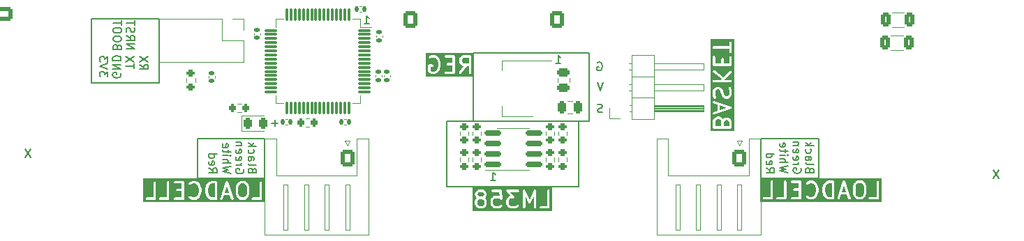
<source format=gbr>
%TF.GenerationSoftware,KiCad,Pcbnew,7.0.9*%
%TF.CreationDate,2025-01-29T17:13:48+09:00*%
%TF.ProjectId,04-RESCUE,30342d52-4553-4435-9545-2e6b69636164,rev?*%
%TF.SameCoordinates,Original*%
%TF.FileFunction,Legend,Bot*%
%TF.FilePolarity,Positive*%
%FSLAX46Y46*%
G04 Gerber Fmt 4.6, Leading zero omitted, Abs format (unit mm)*
G04 Created by KiCad (PCBNEW 7.0.9) date 2025-01-29 17:13:48*
%MOMM*%
%LPD*%
G01*
G04 APERTURE LIST*
G04 Aperture macros list*
%AMRoundRect*
0 Rectangle with rounded corners*
0 $1 Rounding radius*
0 $2 $3 $4 $5 $6 $7 $8 $9 X,Y pos of 4 corners*
0 Add a 4 corners polygon primitive as box body*
4,1,4,$2,$3,$4,$5,$6,$7,$8,$9,$2,$3,0*
0 Add four circle primitives for the rounded corners*
1,1,$1+$1,$2,$3*
1,1,$1+$1,$4,$5*
1,1,$1+$1,$6,$7*
1,1,$1+$1,$8,$9*
0 Add four rect primitives between the rounded corners*
20,1,$1+$1,$2,$3,$4,$5,0*
20,1,$1+$1,$4,$5,$6,$7,0*
20,1,$1+$1,$6,$7,$8,$9,0*
20,1,$1+$1,$8,$9,$2,$3,0*%
G04 Aperture macros list end*
%ADD10C,0.150000*%
%ADD11C,0.300000*%
%ADD12C,0.120000*%
%ADD13RoundRect,0.250000X-0.312500X-0.625000X0.312500X-0.625000X0.312500X0.625000X-0.312500X0.625000X0*%
%ADD14RoundRect,0.250000X0.312500X0.625000X-0.312500X0.625000X-0.312500X-0.625000X0.312500X-0.625000X0*%
%ADD15R,1.700000X1.700000*%
%ADD16O,1.700000X1.700000*%
%ADD17RoundRect,0.250000X-0.600000X-0.725000X0.600000X-0.725000X0.600000X0.725000X-0.600000X0.725000X0*%
%ADD18O,1.700000X1.950000*%
%ADD19RoundRect,0.250000X-0.725000X0.600000X-0.725000X-0.600000X0.725000X-0.600000X0.725000X0.600000X0*%
%ADD20O,1.950000X1.700000*%
%ADD21RoundRect,0.250000X0.475000X-0.250000X0.475000X0.250000X-0.475000X0.250000X-0.475000X-0.250000X0*%
%ADD22RoundRect,0.250000X0.600000X0.725000X-0.600000X0.725000X-0.600000X-0.725000X0.600000X-0.725000X0*%
%ADD23RoundRect,0.200000X0.275000X-0.200000X0.275000X0.200000X-0.275000X0.200000X-0.275000X-0.200000X0*%
%ADD24RoundRect,0.075000X0.700000X0.075000X-0.700000X0.075000X-0.700000X-0.075000X0.700000X-0.075000X0*%
%ADD25RoundRect,0.075000X0.075000X0.700000X-0.075000X0.700000X-0.075000X-0.700000X0.075000X-0.700000X0*%
%ADD26RoundRect,0.200000X-0.275000X0.200000X-0.275000X-0.200000X0.275000X-0.200000X0.275000X0.200000X0*%
%ADD27RoundRect,0.140000X-0.170000X0.140000X-0.170000X-0.140000X0.170000X-0.140000X0.170000X0.140000X0*%
%ADD28RoundRect,0.140000X0.140000X0.170000X-0.140000X0.170000X-0.140000X-0.170000X0.140000X-0.170000X0*%
%ADD29RoundRect,0.140000X0.170000X-0.140000X0.170000X0.140000X-0.170000X0.140000X-0.170000X-0.140000X0*%
%ADD30RoundRect,0.200000X-0.200000X-0.275000X0.200000X-0.275000X0.200000X0.275000X-0.200000X0.275000X0*%
%ADD31C,1.524000*%
%ADD32C,3.200000*%
%ADD33RoundRect,0.243750X-0.243750X-0.456250X0.243750X-0.456250X0.243750X0.456250X-0.243750X0.456250X0*%
%ADD34R,2.000000X1.500000*%
%ADD35R,2.000000X3.800000*%
%ADD36RoundRect,0.150000X-0.825000X-0.150000X0.825000X-0.150000X0.825000X0.150000X-0.825000X0.150000X0*%
%ADD37RoundRect,0.250000X-0.250000X-0.475000X0.250000X-0.475000X0.250000X0.475000X-0.250000X0.475000X0*%
G04 APERTURE END LIST*
D10*
X92000000Y-86000000D02*
X108000000Y-86000000D01*
X108000000Y-94000000D01*
X92000000Y-94000000D01*
X92000000Y-86000000D01*
X48900000Y-73600000D02*
X57090000Y-73600000D01*
X57090000Y-81350000D01*
X48900000Y-81350000D01*
X48900000Y-73600000D01*
X95250000Y-77750000D02*
X109250000Y-77750000D01*
X109250000Y-86000000D01*
X95250000Y-86000000D01*
X95250000Y-77750000D01*
X130060000Y-88120000D02*
X137100000Y-88120000D01*
X137100000Y-92950000D01*
X130060000Y-92950000D01*
X130060000Y-88120000D01*
X61800000Y-88120000D02*
X69890000Y-88120000D01*
X69890000Y-92950000D01*
X61800000Y-92950000D01*
X61800000Y-88120000D01*
D11*
G36*
X125178650Y-85852100D02*
G01*
X125231638Y-85905088D01*
X125307980Y-86134114D01*
X125307980Y-86626441D01*
X124560361Y-86626441D01*
X124560361Y-86049947D01*
X124628878Y-85912913D01*
X124689692Y-85852100D01*
X124826724Y-85783584D01*
X125041618Y-85783584D01*
X125178650Y-85852100D01*
G37*
G36*
X126131031Y-85947338D02*
G01*
X126191845Y-86008152D01*
X126260361Y-86145184D01*
X126260361Y-86626441D01*
X125607980Y-86626441D01*
X125607980Y-86145185D01*
X125676497Y-86008151D01*
X125737311Y-85947338D01*
X125874343Y-85878822D01*
X125993999Y-85878822D01*
X126131031Y-85947338D01*
G37*
G36*
X125936019Y-84395488D02*
G01*
X125131790Y-84663564D01*
X125131790Y-84127411D01*
X125936019Y-84395488D01*
G37*
G36*
X126846075Y-87212155D02*
G01*
X123974647Y-87212155D01*
X123974647Y-86776441D01*
X124260361Y-86776441D01*
X124280457Y-86851441D01*
X124335361Y-86906345D01*
X124410361Y-86926441D01*
X125457980Y-86926441D01*
X126410361Y-86926441D01*
X126485361Y-86906345D01*
X126540265Y-86851441D01*
X126560361Y-86776441D01*
X126560361Y-86109774D01*
X126551437Y-86076470D01*
X126544525Y-86042692D01*
X126449287Y-85852216D01*
X126433263Y-85834146D01*
X126421189Y-85813232D01*
X126325951Y-85717994D01*
X126305035Y-85705918D01*
X126286967Y-85689896D01*
X126096491Y-85594658D01*
X126062710Y-85587745D01*
X126029409Y-85578822D01*
X125838933Y-85578822D01*
X125805629Y-85587745D01*
X125771851Y-85594658D01*
X125581375Y-85689896D01*
X125563305Y-85705919D01*
X125542391Y-85717994D01*
X125496579Y-85763805D01*
X125486049Y-85747856D01*
X125468808Y-85717994D01*
X125373570Y-85622756D01*
X125352654Y-85610680D01*
X125334586Y-85594658D01*
X125144110Y-85499420D01*
X125110329Y-85492507D01*
X125077028Y-85483584D01*
X124791314Y-85483584D01*
X124758010Y-85492507D01*
X124724232Y-85499420D01*
X124533756Y-85594658D01*
X124515686Y-85610681D01*
X124494772Y-85622756D01*
X124399534Y-85717994D01*
X124387459Y-85738907D01*
X124371436Y-85756977D01*
X124276197Y-85947453D01*
X124269283Y-85981235D01*
X124260361Y-86014536D01*
X124260361Y-86776441D01*
X123974647Y-86776441D01*
X123974647Y-85032083D01*
X124263406Y-85032083D01*
X124268058Y-85109589D01*
X124310840Y-85174385D01*
X124380289Y-85209110D01*
X124457795Y-85204458D01*
X126457795Y-84537791D01*
X126482937Y-84521191D01*
X126509881Y-84507719D01*
X126514933Y-84500066D01*
X126522592Y-84495010D01*
X126536068Y-84468055D01*
X126552663Y-84442923D01*
X126553212Y-84433767D01*
X126557316Y-84425561D01*
X126555510Y-84395485D01*
X126557316Y-84365417D01*
X126553213Y-84357212D01*
X126552664Y-84348055D01*
X126536062Y-84322910D01*
X126522591Y-84295968D01*
X126514937Y-84290914D01*
X126509882Y-84283258D01*
X126482933Y-84269784D01*
X126457795Y-84253186D01*
X124457795Y-83586520D01*
X124380289Y-83581867D01*
X124310840Y-83616591D01*
X124268059Y-83681388D01*
X124263406Y-83758894D01*
X124298130Y-83828343D01*
X124362927Y-83871124D01*
X124831790Y-84027411D01*
X124831790Y-84763564D01*
X124362927Y-84919852D01*
X124298131Y-84962634D01*
X124263406Y-85032083D01*
X123974647Y-85032083D01*
X123974647Y-82871679D01*
X124260361Y-82871679D01*
X124266611Y-82895007D01*
X124268059Y-82919114D01*
X124363298Y-83204827D01*
X124406080Y-83269624D01*
X124475528Y-83304348D01*
X124553035Y-83299695D01*
X124617831Y-83256913D01*
X124652555Y-83187464D01*
X124647902Y-83109958D01*
X124560361Y-82847337D01*
X124560361Y-82430899D01*
X124628878Y-82293865D01*
X124689692Y-82233052D01*
X124826724Y-82164536D01*
X124946380Y-82164536D01*
X125083412Y-82233052D01*
X125144226Y-82293866D01*
X125221214Y-82447843D01*
X125312459Y-82812821D01*
X125320495Y-82827297D01*
X125323816Y-82843524D01*
X125419055Y-83034000D01*
X125435078Y-83052069D01*
X125447153Y-83072983D01*
X125542391Y-83168221D01*
X125563305Y-83180295D01*
X125581375Y-83196319D01*
X125771851Y-83291557D01*
X125805629Y-83298469D01*
X125838933Y-83307393D01*
X126029409Y-83307393D01*
X126062710Y-83298469D01*
X126096491Y-83291557D01*
X126286967Y-83196319D01*
X126305035Y-83180296D01*
X126325951Y-83168221D01*
X126421189Y-83072983D01*
X126433263Y-83052068D01*
X126449287Y-83033999D01*
X126544525Y-82843523D01*
X126551437Y-82809744D01*
X126560361Y-82776441D01*
X126560361Y-82300250D01*
X126554110Y-82276921D01*
X126552663Y-82252816D01*
X126457425Y-81967102D01*
X126414644Y-81902306D01*
X126345195Y-81867581D01*
X126267689Y-81872234D01*
X126202893Y-81915015D01*
X126168168Y-81984464D01*
X126172821Y-82061970D01*
X126260361Y-82324590D01*
X126260361Y-82741031D01*
X126191845Y-82878063D01*
X126131031Y-82938877D01*
X125993999Y-83007393D01*
X125874343Y-83007393D01*
X125737311Y-82938877D01*
X125676497Y-82878063D01*
X125599506Y-82724083D01*
X125508263Y-82359108D01*
X125500226Y-82344630D01*
X125496906Y-82328406D01*
X125401668Y-82137930D01*
X125385644Y-82119860D01*
X125373570Y-82098946D01*
X125278332Y-82003708D01*
X125257416Y-81991632D01*
X125239348Y-81975610D01*
X125048872Y-81880372D01*
X125015091Y-81873459D01*
X124981790Y-81864536D01*
X124791314Y-81864536D01*
X124758010Y-81873459D01*
X124724232Y-81880372D01*
X124533756Y-81975610D01*
X124515686Y-81991633D01*
X124494772Y-82003708D01*
X124399534Y-82098946D01*
X124387459Y-82119859D01*
X124371436Y-82137929D01*
X124276197Y-82328405D01*
X124269283Y-82362187D01*
X124260361Y-82395488D01*
X124260361Y-82871679D01*
X123974647Y-82871679D01*
X123974647Y-81157393D01*
X124260361Y-81157393D01*
X124280457Y-81232393D01*
X124335361Y-81287297D01*
X124410361Y-81307393D01*
X126410361Y-81307393D01*
X126485361Y-81287297D01*
X126540265Y-81232393D01*
X126560361Y-81157393D01*
X126540265Y-81082393D01*
X126485361Y-81027489D01*
X126410361Y-81007393D01*
X125629636Y-81007393D01*
X126516427Y-80120602D01*
X126555250Y-80053359D01*
X126555250Y-79975713D01*
X126516427Y-79908470D01*
X126449184Y-79869647D01*
X126371538Y-79869647D01*
X126304295Y-79908470D01*
X125539142Y-80673622D01*
X124500361Y-79894536D01*
X124428303Y-79865613D01*
X124351438Y-79876594D01*
X124290361Y-79924536D01*
X124261438Y-79996594D01*
X124272419Y-80073459D01*
X124320361Y-80134536D01*
X125324857Y-80887907D01*
X125205372Y-81007393D01*
X124410361Y-81007393D01*
X124335361Y-81027489D01*
X124280457Y-81082393D01*
X124260361Y-81157393D01*
X123974647Y-81157393D01*
X123974647Y-79157393D01*
X124260361Y-79157393D01*
X124280457Y-79232393D01*
X124335361Y-79287297D01*
X124410361Y-79307393D01*
X125457980Y-79307393D01*
X126410361Y-79307393D01*
X126485361Y-79287297D01*
X126540265Y-79232393D01*
X126560361Y-79157393D01*
X126560361Y-78205012D01*
X126540265Y-78130012D01*
X126485361Y-78075108D01*
X126410361Y-78055012D01*
X126335361Y-78075108D01*
X126280457Y-78130012D01*
X126260361Y-78205012D01*
X126260361Y-79007393D01*
X125607980Y-79007393D01*
X125607980Y-78490726D01*
X125587884Y-78415726D01*
X125532980Y-78360822D01*
X125457980Y-78340726D01*
X125382980Y-78360822D01*
X125328076Y-78415726D01*
X125307980Y-78490726D01*
X125307980Y-79007393D01*
X124560361Y-79007393D01*
X124560361Y-78205012D01*
X124540265Y-78130012D01*
X124485361Y-78075108D01*
X124410361Y-78055012D01*
X124335361Y-78075108D01*
X124280457Y-78130012D01*
X124260361Y-78205012D01*
X124260361Y-79157393D01*
X123974647Y-79157393D01*
X123974647Y-77062155D01*
X124260361Y-77062155D01*
X124280457Y-77137155D01*
X124335361Y-77192059D01*
X124410361Y-77212155D01*
X126260361Y-77212155D01*
X126260361Y-77633583D01*
X126280457Y-77708583D01*
X126335361Y-77763487D01*
X126410361Y-77783583D01*
X126485361Y-77763487D01*
X126540265Y-77708583D01*
X126560361Y-77633583D01*
X126560361Y-76490726D01*
X126540265Y-76415726D01*
X126485361Y-76360822D01*
X126410361Y-76340726D01*
X126335361Y-76360822D01*
X126280457Y-76415726D01*
X126260361Y-76490726D01*
X126260361Y-76912155D01*
X124410361Y-76912155D01*
X124335361Y-76932251D01*
X124280457Y-76987155D01*
X124260361Y-77062155D01*
X123974647Y-77062155D01*
X123974647Y-76055012D01*
X126846075Y-76055012D01*
X126846075Y-87212155D01*
G37*
D10*
X158958207Y-91969819D02*
X158291541Y-92969819D01*
X158291541Y-91969819D02*
X158958207Y-92969819D01*
D11*
G36*
X96428063Y-95565297D02*
G01*
X96488877Y-95626111D01*
X96557393Y-95763143D01*
X96557393Y-96073275D01*
X96488876Y-96210307D01*
X96428062Y-96271122D01*
X96291031Y-96339638D01*
X95980898Y-96339638D01*
X95843866Y-96271122D01*
X95783052Y-96210307D01*
X95714536Y-96073275D01*
X95714536Y-95763143D01*
X95783052Y-95626111D01*
X95843865Y-95565297D01*
X95980899Y-95496780D01*
X96291030Y-95496780D01*
X96428063Y-95565297D01*
G37*
G36*
X96428063Y-94708154D02*
G01*
X96488877Y-94768968D01*
X96557393Y-94906000D01*
X96557393Y-94930418D01*
X96488877Y-95067450D01*
X96428063Y-95128264D01*
X96291031Y-95196780D01*
X95980898Y-95196780D01*
X95843866Y-95128264D01*
X95783052Y-95067450D01*
X95714536Y-94930418D01*
X95714536Y-94906000D01*
X95783052Y-94768968D01*
X95843866Y-94708154D01*
X95980898Y-94639638D01*
X96291031Y-94639638D01*
X96428063Y-94708154D01*
G37*
G36*
X104762155Y-96925352D02*
G01*
X95128822Y-96925352D01*
X95128822Y-96108685D01*
X95414536Y-96108685D01*
X95423459Y-96141986D01*
X95430372Y-96175767D01*
X95525610Y-96366243D01*
X95541632Y-96384311D01*
X95553707Y-96405226D01*
X95648946Y-96500466D01*
X95669860Y-96512540D01*
X95687930Y-96528564D01*
X95878406Y-96623802D01*
X95912184Y-96630714D01*
X95945488Y-96639638D01*
X96326441Y-96639638D01*
X96359742Y-96630714D01*
X96393523Y-96623802D01*
X96583999Y-96528564D01*
X96602067Y-96512541D01*
X96622984Y-96500465D01*
X96718222Y-96405226D01*
X96730297Y-96384311D01*
X96746319Y-96366243D01*
X96841557Y-96175767D01*
X96848469Y-96141988D01*
X96857393Y-96108685D01*
X97319298Y-96108685D01*
X97328221Y-96141986D01*
X97335134Y-96175767D01*
X97430372Y-96366243D01*
X97446394Y-96384311D01*
X97458469Y-96405226D01*
X97553708Y-96500466D01*
X97574622Y-96512540D01*
X97592692Y-96528564D01*
X97783168Y-96623802D01*
X97816946Y-96630714D01*
X97850250Y-96639638D01*
X98326441Y-96639638D01*
X98359742Y-96630714D01*
X98393523Y-96623802D01*
X98583999Y-96528564D01*
X98602067Y-96512541D01*
X98622984Y-96500465D01*
X98718222Y-96405226D01*
X98757045Y-96337983D01*
X98757044Y-96260337D01*
X98718221Y-96193094D01*
X98650978Y-96154271D01*
X98573332Y-96154272D01*
X98506089Y-96193095D01*
X98428062Y-96271122D01*
X98291031Y-96339638D01*
X97885660Y-96339638D01*
X97748628Y-96271122D01*
X97687814Y-96210307D01*
X97637003Y-96108685D01*
X99224060Y-96108685D01*
X99232983Y-96141986D01*
X99239896Y-96175767D01*
X99335134Y-96366243D01*
X99351156Y-96384311D01*
X99363231Y-96405226D01*
X99458470Y-96500466D01*
X99479384Y-96512540D01*
X99497454Y-96528564D01*
X99687930Y-96623802D01*
X99721708Y-96630714D01*
X99755012Y-96639638D01*
X100326441Y-96639638D01*
X100359742Y-96630714D01*
X100393523Y-96623802D01*
X100583999Y-96528564D01*
X100602067Y-96512541D01*
X100622984Y-96500465D01*
X100633811Y-96489638D01*
X101224060Y-96489638D01*
X101244156Y-96564638D01*
X101299060Y-96619542D01*
X101374060Y-96639638D01*
X101449060Y-96619542D01*
X101503964Y-96564638D01*
X101524060Y-96489638D01*
X101524060Y-95165772D01*
X101904798Y-95981641D01*
X101913306Y-95991775D01*
X101917828Y-96004209D01*
X101937883Y-96021047D01*
X101954725Y-96041107D01*
X101967160Y-96045629D01*
X101977293Y-96054136D01*
X102003082Y-96058691D01*
X102027697Y-96067642D01*
X102040726Y-96065340D01*
X102053755Y-96067642D01*
X102078368Y-96058691D01*
X102104159Y-96054136D01*
X102114291Y-96045628D01*
X102126726Y-96041107D01*
X102143566Y-96021049D01*
X102163624Y-96004209D01*
X102168145Y-95991774D01*
X102176653Y-95981642D01*
X102557393Y-95165772D01*
X102557393Y-96489638D01*
X102577489Y-96564638D01*
X102632393Y-96619542D01*
X102707393Y-96639638D01*
X102782393Y-96619542D01*
X102837297Y-96564638D01*
X102857393Y-96489638D01*
X103224060Y-96489638D01*
X103244156Y-96564638D01*
X103299060Y-96619542D01*
X103374060Y-96639638D01*
X104326441Y-96639638D01*
X104401441Y-96619542D01*
X104456345Y-96564638D01*
X104476441Y-96489638D01*
X104476441Y-94489638D01*
X104456345Y-94414638D01*
X104401441Y-94359734D01*
X104326441Y-94339638D01*
X104251441Y-94359734D01*
X104196537Y-94414638D01*
X104176441Y-94489638D01*
X104176441Y-96339638D01*
X103374060Y-96339638D01*
X103299060Y-96359734D01*
X103244156Y-96414638D01*
X103224060Y-96489638D01*
X102857393Y-96489638D01*
X102857393Y-94489638D01*
X102855664Y-94483186D01*
X102856826Y-94476609D01*
X102845713Y-94446049D01*
X102837297Y-94414638D01*
X102832573Y-94409914D01*
X102830291Y-94403637D01*
X102805384Y-94382725D01*
X102782393Y-94359734D01*
X102775942Y-94358005D01*
X102770826Y-94353710D01*
X102738800Y-94348053D01*
X102707393Y-94339638D01*
X102700941Y-94341366D01*
X102694364Y-94340205D01*
X102663802Y-94351318D01*
X102632393Y-94359734D01*
X102627670Y-94364456D01*
X102621393Y-94366739D01*
X102600483Y-94391643D01*
X102577489Y-94414638D01*
X102575760Y-94421090D01*
X102571466Y-94426205D01*
X102040726Y-95563503D01*
X101509987Y-94426205D01*
X101505692Y-94421090D01*
X101503964Y-94414638D01*
X101480966Y-94391640D01*
X101460060Y-94366740D01*
X101453783Y-94364457D01*
X101449060Y-94359734D01*
X101417646Y-94351316D01*
X101387089Y-94340205D01*
X101380511Y-94341366D01*
X101374060Y-94339638D01*
X101342646Y-94348055D01*
X101310627Y-94353711D01*
X101305512Y-94358005D01*
X101299060Y-94359734D01*
X101276062Y-94382731D01*
X101251162Y-94403638D01*
X101248879Y-94409914D01*
X101244156Y-94414638D01*
X101235738Y-94446051D01*
X101224627Y-94476609D01*
X101225788Y-94483186D01*
X101224060Y-94489638D01*
X101224060Y-96489638D01*
X100633811Y-96489638D01*
X100718222Y-96405226D01*
X100757045Y-96337983D01*
X100757044Y-96260337D01*
X100718221Y-96193094D01*
X100650978Y-96154271D01*
X100573332Y-96154272D01*
X100506089Y-96193095D01*
X100428062Y-96271122D01*
X100291031Y-96339638D01*
X99790422Y-96339638D01*
X99653390Y-96271122D01*
X99592576Y-96210307D01*
X99524060Y-96073275D01*
X99524060Y-95667905D01*
X99592576Y-95530872D01*
X99653390Y-95470057D01*
X99790422Y-95401542D01*
X100040727Y-95401542D01*
X100055041Y-95397706D01*
X100069826Y-95398692D01*
X100091928Y-95387822D01*
X100115727Y-95381446D01*
X100126207Y-95370965D01*
X100139502Y-95364428D01*
X100153208Y-95343964D01*
X100170631Y-95326542D01*
X100174467Y-95312225D01*
X100182712Y-95299916D01*
X100184350Y-95275339D01*
X100190727Y-95251542D01*
X100186891Y-95237226D01*
X100187877Y-95222442D01*
X100177007Y-95200337D01*
X100170631Y-95176542D01*
X100160151Y-95166062D01*
X100153613Y-95152766D01*
X99704625Y-94639638D01*
X100612155Y-94639638D01*
X100687155Y-94619542D01*
X100742059Y-94564638D01*
X100762155Y-94489638D01*
X100742059Y-94414638D01*
X100687155Y-94359734D01*
X100612155Y-94339638D01*
X99374060Y-94339638D01*
X99359748Y-94343472D01*
X99344961Y-94342487D01*
X99322854Y-94353358D01*
X99299060Y-94359734D01*
X99288581Y-94370212D01*
X99275284Y-94376752D01*
X99261575Y-94397218D01*
X99244156Y-94414638D01*
X99240321Y-94428950D01*
X99232074Y-94441263D01*
X99230435Y-94465845D01*
X99224060Y-94489638D01*
X99227894Y-94503949D01*
X99226909Y-94518737D01*
X99237780Y-94540843D01*
X99244156Y-94564638D01*
X99254634Y-94575116D01*
X99261174Y-94588414D01*
X99718537Y-95111114D01*
X99687930Y-95117378D01*
X99497454Y-95212616D01*
X99479384Y-95228639D01*
X99458470Y-95240714D01*
X99363231Y-95335954D01*
X99351156Y-95356868D01*
X99335134Y-95374937D01*
X99239896Y-95565413D01*
X99232983Y-95599193D01*
X99224060Y-95632495D01*
X99224060Y-96108685D01*
X97637003Y-96108685D01*
X97619298Y-96073275D01*
X97619298Y-95667905D01*
X97687814Y-95530872D01*
X97748628Y-95470057D01*
X97885660Y-95401542D01*
X98291031Y-95401542D01*
X98428062Y-95470057D01*
X98506089Y-95548085D01*
X98529514Y-95561609D01*
X98550453Y-95578741D01*
X98562638Y-95580734D01*
X98573332Y-95586908D01*
X98600384Y-95586908D01*
X98627081Y-95591275D01*
X98638628Y-95586908D01*
X98650978Y-95586909D01*
X98674410Y-95573380D01*
X98699709Y-95563815D01*
X98707526Y-95554260D01*
X98718221Y-95548086D01*
X98731748Y-95524655D01*
X98748877Y-95503721D01*
X98750869Y-95491536D01*
X98757044Y-95480843D01*
X98757044Y-95453789D01*
X98761411Y-95427093D01*
X98666173Y-94474712D01*
X98654997Y-94445152D01*
X98646821Y-94414638D01*
X98641417Y-94409234D01*
X98638714Y-94402084D01*
X98614256Y-94382073D01*
X98591917Y-94359734D01*
X98584534Y-94357755D01*
X98578619Y-94352916D01*
X98547435Y-94347815D01*
X98516917Y-94339638D01*
X97564536Y-94339638D01*
X97489536Y-94359734D01*
X97434632Y-94414638D01*
X97414536Y-94489638D01*
X97434632Y-94564638D01*
X97489536Y-94619542D01*
X97564536Y-94639638D01*
X98381168Y-94639638D01*
X98430806Y-95136019D01*
X98393523Y-95117378D01*
X98359742Y-95110465D01*
X98326441Y-95101542D01*
X97850250Y-95101542D01*
X97816946Y-95110465D01*
X97783168Y-95117378D01*
X97592692Y-95212616D01*
X97574622Y-95228639D01*
X97553708Y-95240714D01*
X97458469Y-95335954D01*
X97446394Y-95356868D01*
X97430372Y-95374937D01*
X97335134Y-95565413D01*
X97328221Y-95599193D01*
X97319298Y-95632495D01*
X97319298Y-96108685D01*
X96857393Y-96108685D01*
X96857393Y-95727733D01*
X96848469Y-95694429D01*
X96841557Y-95660651D01*
X96746319Y-95470175D01*
X96730295Y-95452105D01*
X96718221Y-95431191D01*
X96633810Y-95346780D01*
X96718221Y-95262370D01*
X96730295Y-95241455D01*
X96746319Y-95223386D01*
X96841557Y-95032910D01*
X96848469Y-94999131D01*
X96857393Y-94965828D01*
X96857393Y-94870590D01*
X96848469Y-94837286D01*
X96841557Y-94803508D01*
X96746319Y-94613032D01*
X96730295Y-94594962D01*
X96718221Y-94574048D01*
X96622983Y-94478810D01*
X96602067Y-94466734D01*
X96583999Y-94450712D01*
X96393523Y-94355474D01*
X96359742Y-94348561D01*
X96326441Y-94339638D01*
X95945488Y-94339638D01*
X95912184Y-94348561D01*
X95878406Y-94355474D01*
X95687930Y-94450712D01*
X95669860Y-94466735D01*
X95648946Y-94478810D01*
X95553708Y-94574048D01*
X95541632Y-94594963D01*
X95525610Y-94613032D01*
X95430372Y-94803508D01*
X95423459Y-94837288D01*
X95414536Y-94870590D01*
X95414536Y-94965828D01*
X95423459Y-94999129D01*
X95430372Y-95032910D01*
X95525610Y-95223386D01*
X95541632Y-95241454D01*
X95553708Y-95262370D01*
X95638118Y-95346780D01*
X95553708Y-95431191D01*
X95541632Y-95452106D01*
X95525610Y-95470175D01*
X95430372Y-95660651D01*
X95423459Y-95694431D01*
X95414536Y-95727733D01*
X95414536Y-96108685D01*
X95128822Y-96108685D01*
X95128822Y-94053924D01*
X104762155Y-94053924D01*
X104762155Y-96925352D01*
G37*
D10*
X52432561Y-80184398D02*
X52480180Y-80279636D01*
X52480180Y-80279636D02*
X52480180Y-80422493D01*
X52480180Y-80422493D02*
X52432561Y-80565350D01*
X52432561Y-80565350D02*
X52337323Y-80660588D01*
X52337323Y-80660588D02*
X52242085Y-80708207D01*
X52242085Y-80708207D02*
X52051609Y-80755826D01*
X52051609Y-80755826D02*
X51908752Y-80755826D01*
X51908752Y-80755826D02*
X51718276Y-80708207D01*
X51718276Y-80708207D02*
X51623038Y-80660588D01*
X51623038Y-80660588D02*
X51527800Y-80565350D01*
X51527800Y-80565350D02*
X51480180Y-80422493D01*
X51480180Y-80422493D02*
X51480180Y-80327255D01*
X51480180Y-80327255D02*
X51527800Y-80184398D01*
X51527800Y-80184398D02*
X51575419Y-80136779D01*
X51575419Y-80136779D02*
X51908752Y-80136779D01*
X51908752Y-80136779D02*
X51908752Y-80327255D01*
X51480180Y-79708207D02*
X52480180Y-79708207D01*
X52480180Y-79708207D02*
X51480180Y-79136779D01*
X51480180Y-79136779D02*
X52480180Y-79136779D01*
X51480180Y-78660588D02*
X52480180Y-78660588D01*
X52480180Y-78660588D02*
X52480180Y-78422493D01*
X52480180Y-78422493D02*
X52432561Y-78279636D01*
X52432561Y-78279636D02*
X52337323Y-78184398D01*
X52337323Y-78184398D02*
X52242085Y-78136779D01*
X52242085Y-78136779D02*
X52051609Y-78089160D01*
X52051609Y-78089160D02*
X51908752Y-78089160D01*
X51908752Y-78089160D02*
X51718276Y-78136779D01*
X51718276Y-78136779D02*
X51623038Y-78184398D01*
X51623038Y-78184398D02*
X51527800Y-78279636D01*
X51527800Y-78279636D02*
X51480180Y-78422493D01*
X51480180Y-78422493D02*
X51480180Y-78660588D01*
X136044990Y-91951887D02*
X135997371Y-91809030D01*
X135997371Y-91809030D02*
X135949752Y-91761411D01*
X135949752Y-91761411D02*
X135854514Y-91713792D01*
X135854514Y-91713792D02*
X135711657Y-91713792D01*
X135711657Y-91713792D02*
X135616419Y-91761411D01*
X135616419Y-91761411D02*
X135568800Y-91809030D01*
X135568800Y-91809030D02*
X135521180Y-91904268D01*
X135521180Y-91904268D02*
X135521180Y-92285220D01*
X135521180Y-92285220D02*
X136521180Y-92285220D01*
X136521180Y-92285220D02*
X136521180Y-91951887D01*
X136521180Y-91951887D02*
X136473561Y-91856649D01*
X136473561Y-91856649D02*
X136425942Y-91809030D01*
X136425942Y-91809030D02*
X136330704Y-91761411D01*
X136330704Y-91761411D02*
X136235466Y-91761411D01*
X136235466Y-91761411D02*
X136140228Y-91809030D01*
X136140228Y-91809030D02*
X136092609Y-91856649D01*
X136092609Y-91856649D02*
X136044990Y-91951887D01*
X136044990Y-91951887D02*
X136044990Y-92285220D01*
X135521180Y-91142363D02*
X135568800Y-91237601D01*
X135568800Y-91237601D02*
X135664038Y-91285220D01*
X135664038Y-91285220D02*
X136521180Y-91285220D01*
X135521180Y-90332839D02*
X136044990Y-90332839D01*
X136044990Y-90332839D02*
X136140228Y-90380458D01*
X136140228Y-90380458D02*
X136187847Y-90475696D01*
X136187847Y-90475696D02*
X136187847Y-90666172D01*
X136187847Y-90666172D02*
X136140228Y-90761410D01*
X135568800Y-90332839D02*
X135521180Y-90428077D01*
X135521180Y-90428077D02*
X135521180Y-90666172D01*
X135521180Y-90666172D02*
X135568800Y-90761410D01*
X135568800Y-90761410D02*
X135664038Y-90809029D01*
X135664038Y-90809029D02*
X135759276Y-90809029D01*
X135759276Y-90809029D02*
X135854514Y-90761410D01*
X135854514Y-90761410D02*
X135902133Y-90666172D01*
X135902133Y-90666172D02*
X135902133Y-90428077D01*
X135902133Y-90428077D02*
X135949752Y-90332839D01*
X135568800Y-89428077D02*
X135521180Y-89523315D01*
X135521180Y-89523315D02*
X135521180Y-89713791D01*
X135521180Y-89713791D02*
X135568800Y-89809029D01*
X135568800Y-89809029D02*
X135616419Y-89856648D01*
X135616419Y-89856648D02*
X135711657Y-89904267D01*
X135711657Y-89904267D02*
X135997371Y-89904267D01*
X135997371Y-89904267D02*
X136092609Y-89856648D01*
X136092609Y-89856648D02*
X136140228Y-89809029D01*
X136140228Y-89809029D02*
X136187847Y-89713791D01*
X136187847Y-89713791D02*
X136187847Y-89523315D01*
X136187847Y-89523315D02*
X136140228Y-89428077D01*
X135521180Y-88999505D02*
X136521180Y-88999505D01*
X135902133Y-88904267D02*
X135521180Y-88618553D01*
X136187847Y-88618553D02*
X135806895Y-88999505D01*
X68444990Y-92001887D02*
X68397371Y-91859030D01*
X68397371Y-91859030D02*
X68349752Y-91811411D01*
X68349752Y-91811411D02*
X68254514Y-91763792D01*
X68254514Y-91763792D02*
X68111657Y-91763792D01*
X68111657Y-91763792D02*
X68016419Y-91811411D01*
X68016419Y-91811411D02*
X67968800Y-91859030D01*
X67968800Y-91859030D02*
X67921180Y-91954268D01*
X67921180Y-91954268D02*
X67921180Y-92335220D01*
X67921180Y-92335220D02*
X68921180Y-92335220D01*
X68921180Y-92335220D02*
X68921180Y-92001887D01*
X68921180Y-92001887D02*
X68873561Y-91906649D01*
X68873561Y-91906649D02*
X68825942Y-91859030D01*
X68825942Y-91859030D02*
X68730704Y-91811411D01*
X68730704Y-91811411D02*
X68635466Y-91811411D01*
X68635466Y-91811411D02*
X68540228Y-91859030D01*
X68540228Y-91859030D02*
X68492609Y-91906649D01*
X68492609Y-91906649D02*
X68444990Y-92001887D01*
X68444990Y-92001887D02*
X68444990Y-92335220D01*
X67921180Y-91192363D02*
X67968800Y-91287601D01*
X67968800Y-91287601D02*
X68064038Y-91335220D01*
X68064038Y-91335220D02*
X68921180Y-91335220D01*
X67921180Y-90382839D02*
X68444990Y-90382839D01*
X68444990Y-90382839D02*
X68540228Y-90430458D01*
X68540228Y-90430458D02*
X68587847Y-90525696D01*
X68587847Y-90525696D02*
X68587847Y-90716172D01*
X68587847Y-90716172D02*
X68540228Y-90811410D01*
X67968800Y-90382839D02*
X67921180Y-90478077D01*
X67921180Y-90478077D02*
X67921180Y-90716172D01*
X67921180Y-90716172D02*
X67968800Y-90811410D01*
X67968800Y-90811410D02*
X68064038Y-90859029D01*
X68064038Y-90859029D02*
X68159276Y-90859029D01*
X68159276Y-90859029D02*
X68254514Y-90811410D01*
X68254514Y-90811410D02*
X68302133Y-90716172D01*
X68302133Y-90716172D02*
X68302133Y-90478077D01*
X68302133Y-90478077D02*
X68349752Y-90382839D01*
X67968800Y-89478077D02*
X67921180Y-89573315D01*
X67921180Y-89573315D02*
X67921180Y-89763791D01*
X67921180Y-89763791D02*
X67968800Y-89859029D01*
X67968800Y-89859029D02*
X68016419Y-89906648D01*
X68016419Y-89906648D02*
X68111657Y-89954267D01*
X68111657Y-89954267D02*
X68397371Y-89954267D01*
X68397371Y-89954267D02*
X68492609Y-89906648D01*
X68492609Y-89906648D02*
X68540228Y-89859029D01*
X68540228Y-89859029D02*
X68587847Y-89763791D01*
X68587847Y-89763791D02*
X68587847Y-89573315D01*
X68587847Y-89573315D02*
X68540228Y-89478077D01*
X67921180Y-89049505D02*
X68921180Y-89049505D01*
X68302133Y-88954267D02*
X67921180Y-88668553D01*
X68587847Y-88668553D02*
X68206895Y-89049505D01*
X53125180Y-77222493D02*
X54125180Y-77222493D01*
X54125180Y-77222493D02*
X53125180Y-76651065D01*
X53125180Y-76651065D02*
X54125180Y-76651065D01*
X53125180Y-75603446D02*
X53601371Y-75936779D01*
X53125180Y-76174874D02*
X54125180Y-76174874D01*
X54125180Y-76174874D02*
X54125180Y-75793922D01*
X54125180Y-75793922D02*
X54077561Y-75698684D01*
X54077561Y-75698684D02*
X54029942Y-75651065D01*
X54029942Y-75651065D02*
X53934704Y-75603446D01*
X53934704Y-75603446D02*
X53791847Y-75603446D01*
X53791847Y-75603446D02*
X53696609Y-75651065D01*
X53696609Y-75651065D02*
X53648990Y-75698684D01*
X53648990Y-75698684D02*
X53601371Y-75793922D01*
X53601371Y-75793922D02*
X53601371Y-76174874D01*
X53172800Y-75222493D02*
X53125180Y-75079636D01*
X53125180Y-75079636D02*
X53125180Y-74841541D01*
X53125180Y-74841541D02*
X53172800Y-74746303D01*
X53172800Y-74746303D02*
X53220419Y-74698684D01*
X53220419Y-74698684D02*
X53315657Y-74651065D01*
X53315657Y-74651065D02*
X53410895Y-74651065D01*
X53410895Y-74651065D02*
X53506133Y-74698684D01*
X53506133Y-74698684D02*
X53553752Y-74746303D01*
X53553752Y-74746303D02*
X53601371Y-74841541D01*
X53601371Y-74841541D02*
X53648990Y-75032017D01*
X53648990Y-75032017D02*
X53696609Y-75127255D01*
X53696609Y-75127255D02*
X53744228Y-75174874D01*
X53744228Y-75174874D02*
X53839466Y-75222493D01*
X53839466Y-75222493D02*
X53934704Y-75222493D01*
X53934704Y-75222493D02*
X54029942Y-75174874D01*
X54029942Y-75174874D02*
X54077561Y-75127255D01*
X54077561Y-75127255D02*
X54125180Y-75032017D01*
X54125180Y-75032017D02*
X54125180Y-74793922D01*
X54125180Y-74793922D02*
X54077561Y-74651065D01*
X54125180Y-74365350D02*
X54125180Y-73793922D01*
X53125180Y-74079636D02*
X54125180Y-74079636D01*
X133395180Y-92308458D02*
X132395180Y-92070363D01*
X132395180Y-92070363D02*
X133109466Y-91879887D01*
X133109466Y-91879887D02*
X132395180Y-91689411D01*
X132395180Y-91689411D02*
X133395180Y-91451316D01*
X132395180Y-91070363D02*
X133395180Y-91070363D01*
X132395180Y-90641792D02*
X132918990Y-90641792D01*
X132918990Y-90641792D02*
X133014228Y-90689411D01*
X133014228Y-90689411D02*
X133061847Y-90784649D01*
X133061847Y-90784649D02*
X133061847Y-90927506D01*
X133061847Y-90927506D02*
X133014228Y-91022744D01*
X133014228Y-91022744D02*
X132966609Y-91070363D01*
X132395180Y-90165601D02*
X133061847Y-90165601D01*
X133395180Y-90165601D02*
X133347561Y-90213220D01*
X133347561Y-90213220D02*
X133299942Y-90165601D01*
X133299942Y-90165601D02*
X133347561Y-90117982D01*
X133347561Y-90117982D02*
X133395180Y-90165601D01*
X133395180Y-90165601D02*
X133299942Y-90165601D01*
X133061847Y-89832268D02*
X133061847Y-89451316D01*
X133395180Y-89689411D02*
X132538038Y-89689411D01*
X132538038Y-89689411D02*
X132442800Y-89641792D01*
X132442800Y-89641792D02*
X132395180Y-89546554D01*
X132395180Y-89546554D02*
X132395180Y-89451316D01*
X132442800Y-88737030D02*
X132395180Y-88832268D01*
X132395180Y-88832268D02*
X132395180Y-89022744D01*
X132395180Y-89022744D02*
X132442800Y-89117982D01*
X132442800Y-89117982D02*
X132538038Y-89165601D01*
X132538038Y-89165601D02*
X132918990Y-89165601D01*
X132918990Y-89165601D02*
X133014228Y-89117982D01*
X133014228Y-89117982D02*
X133061847Y-89022744D01*
X133061847Y-89022744D02*
X133061847Y-88832268D01*
X133061847Y-88832268D02*
X133014228Y-88737030D01*
X133014228Y-88737030D02*
X132918990Y-88689411D01*
X132918990Y-88689411D02*
X132823752Y-88689411D01*
X132823752Y-88689411D02*
X132728514Y-89165601D01*
X41508207Y-89419819D02*
X40841541Y-90419819D01*
X40841541Y-89419819D02*
X41508207Y-90419819D01*
X110860588Y-84922200D02*
X110717731Y-84969819D01*
X110717731Y-84969819D02*
X110479636Y-84969819D01*
X110479636Y-84969819D02*
X110384398Y-84922200D01*
X110384398Y-84922200D02*
X110336779Y-84874580D01*
X110336779Y-84874580D02*
X110289160Y-84779342D01*
X110289160Y-84779342D02*
X110289160Y-84684104D01*
X110289160Y-84684104D02*
X110336779Y-84588866D01*
X110336779Y-84588866D02*
X110384398Y-84541247D01*
X110384398Y-84541247D02*
X110479636Y-84493628D01*
X110479636Y-84493628D02*
X110670112Y-84446009D01*
X110670112Y-84446009D02*
X110765350Y-84398390D01*
X110765350Y-84398390D02*
X110812969Y-84350771D01*
X110812969Y-84350771D02*
X110860588Y-84255533D01*
X110860588Y-84255533D02*
X110860588Y-84160295D01*
X110860588Y-84160295D02*
X110812969Y-84065057D01*
X110812969Y-84065057D02*
X110765350Y-84017438D01*
X110765350Y-84017438D02*
X110670112Y-83969819D01*
X110670112Y-83969819D02*
X110432017Y-83969819D01*
X110432017Y-83969819D02*
X110289160Y-84017438D01*
X134947561Y-91789411D02*
X134995180Y-91884649D01*
X134995180Y-91884649D02*
X134995180Y-92027506D01*
X134995180Y-92027506D02*
X134947561Y-92170363D01*
X134947561Y-92170363D02*
X134852323Y-92265601D01*
X134852323Y-92265601D02*
X134757085Y-92313220D01*
X134757085Y-92313220D02*
X134566609Y-92360839D01*
X134566609Y-92360839D02*
X134423752Y-92360839D01*
X134423752Y-92360839D02*
X134233276Y-92313220D01*
X134233276Y-92313220D02*
X134138038Y-92265601D01*
X134138038Y-92265601D02*
X134042800Y-92170363D01*
X134042800Y-92170363D02*
X133995180Y-92027506D01*
X133995180Y-92027506D02*
X133995180Y-91932268D01*
X133995180Y-91932268D02*
X134042800Y-91789411D01*
X134042800Y-91789411D02*
X134090419Y-91741792D01*
X134090419Y-91741792D02*
X134423752Y-91741792D01*
X134423752Y-91741792D02*
X134423752Y-91932268D01*
X133995180Y-91313220D02*
X134661847Y-91313220D01*
X134471371Y-91313220D02*
X134566609Y-91265601D01*
X134566609Y-91265601D02*
X134614228Y-91217982D01*
X134614228Y-91217982D02*
X134661847Y-91122744D01*
X134661847Y-91122744D02*
X134661847Y-91027506D01*
X134042800Y-90313220D02*
X133995180Y-90408458D01*
X133995180Y-90408458D02*
X133995180Y-90598934D01*
X133995180Y-90598934D02*
X134042800Y-90694172D01*
X134042800Y-90694172D02*
X134138038Y-90741791D01*
X134138038Y-90741791D02*
X134518990Y-90741791D01*
X134518990Y-90741791D02*
X134614228Y-90694172D01*
X134614228Y-90694172D02*
X134661847Y-90598934D01*
X134661847Y-90598934D02*
X134661847Y-90408458D01*
X134661847Y-90408458D02*
X134614228Y-90313220D01*
X134614228Y-90313220D02*
X134518990Y-90265601D01*
X134518990Y-90265601D02*
X134423752Y-90265601D01*
X134423752Y-90265601D02*
X134328514Y-90741791D01*
X134042800Y-89456077D02*
X133995180Y-89551315D01*
X133995180Y-89551315D02*
X133995180Y-89741791D01*
X133995180Y-89741791D02*
X134042800Y-89837029D01*
X134042800Y-89837029D02*
X134138038Y-89884648D01*
X134138038Y-89884648D02*
X134518990Y-89884648D01*
X134518990Y-89884648D02*
X134614228Y-89837029D01*
X134614228Y-89837029D02*
X134661847Y-89741791D01*
X134661847Y-89741791D02*
X134661847Y-89551315D01*
X134661847Y-89551315D02*
X134614228Y-89456077D01*
X134614228Y-89456077D02*
X134518990Y-89408458D01*
X134518990Y-89408458D02*
X134423752Y-89408458D01*
X134423752Y-89408458D02*
X134328514Y-89884648D01*
X134661847Y-88979886D02*
X133995180Y-88979886D01*
X134566609Y-88979886D02*
X134614228Y-88932267D01*
X134614228Y-88932267D02*
X134661847Y-88837029D01*
X134661847Y-88837029D02*
X134661847Y-88694172D01*
X134661847Y-88694172D02*
X134614228Y-88598934D01*
X134614228Y-88598934D02*
X134518990Y-88551315D01*
X134518990Y-88551315D02*
X133995180Y-88551315D01*
X50880180Y-80617731D02*
X50880180Y-79998684D01*
X50880180Y-79998684D02*
X50499228Y-80332017D01*
X50499228Y-80332017D02*
X50499228Y-80189160D01*
X50499228Y-80189160D02*
X50451609Y-80093922D01*
X50451609Y-80093922D02*
X50403990Y-80046303D01*
X50403990Y-80046303D02*
X50308752Y-79998684D01*
X50308752Y-79998684D02*
X50070657Y-79998684D01*
X50070657Y-79998684D02*
X49975419Y-80046303D01*
X49975419Y-80046303D02*
X49927800Y-80093922D01*
X49927800Y-80093922D02*
X49880180Y-80189160D01*
X49880180Y-80189160D02*
X49880180Y-80474874D01*
X49880180Y-80474874D02*
X49927800Y-80570112D01*
X49927800Y-80570112D02*
X49975419Y-80617731D01*
X50880180Y-79712969D02*
X49880180Y-79379636D01*
X49880180Y-79379636D02*
X50880180Y-79046303D01*
X50880180Y-78808207D02*
X50880180Y-78189160D01*
X50880180Y-78189160D02*
X50499228Y-78522493D01*
X50499228Y-78522493D02*
X50499228Y-78379636D01*
X50499228Y-78379636D02*
X50451609Y-78284398D01*
X50451609Y-78284398D02*
X50403990Y-78236779D01*
X50403990Y-78236779D02*
X50308752Y-78189160D01*
X50308752Y-78189160D02*
X50070657Y-78189160D01*
X50070657Y-78189160D02*
X49975419Y-78236779D01*
X49975419Y-78236779D02*
X49927800Y-78284398D01*
X49927800Y-78284398D02*
X49880180Y-78379636D01*
X49880180Y-78379636D02*
X49880180Y-78665350D01*
X49880180Y-78665350D02*
X49927800Y-78760588D01*
X49927800Y-78760588D02*
X49975419Y-78808207D01*
X63145180Y-91741792D02*
X63621371Y-92075125D01*
X63145180Y-92313220D02*
X64145180Y-92313220D01*
X64145180Y-92313220D02*
X64145180Y-91932268D01*
X64145180Y-91932268D02*
X64097561Y-91837030D01*
X64097561Y-91837030D02*
X64049942Y-91789411D01*
X64049942Y-91789411D02*
X63954704Y-91741792D01*
X63954704Y-91741792D02*
X63811847Y-91741792D01*
X63811847Y-91741792D02*
X63716609Y-91789411D01*
X63716609Y-91789411D02*
X63668990Y-91837030D01*
X63668990Y-91837030D02*
X63621371Y-91932268D01*
X63621371Y-91932268D02*
X63621371Y-92313220D01*
X63192800Y-90932268D02*
X63145180Y-91027506D01*
X63145180Y-91027506D02*
X63145180Y-91217982D01*
X63145180Y-91217982D02*
X63192800Y-91313220D01*
X63192800Y-91313220D02*
X63288038Y-91360839D01*
X63288038Y-91360839D02*
X63668990Y-91360839D01*
X63668990Y-91360839D02*
X63764228Y-91313220D01*
X63764228Y-91313220D02*
X63811847Y-91217982D01*
X63811847Y-91217982D02*
X63811847Y-91027506D01*
X63811847Y-91027506D02*
X63764228Y-90932268D01*
X63764228Y-90932268D02*
X63668990Y-90884649D01*
X63668990Y-90884649D02*
X63573752Y-90884649D01*
X63573752Y-90884649D02*
X63478514Y-91360839D01*
X63145180Y-90027506D02*
X64145180Y-90027506D01*
X63192800Y-90027506D02*
X63145180Y-90122744D01*
X63145180Y-90122744D02*
X63145180Y-90313220D01*
X63145180Y-90313220D02*
X63192800Y-90408458D01*
X63192800Y-90408458D02*
X63240419Y-90456077D01*
X63240419Y-90456077D02*
X63335657Y-90503696D01*
X63335657Y-90503696D02*
X63621371Y-90503696D01*
X63621371Y-90503696D02*
X63716609Y-90456077D01*
X63716609Y-90456077D02*
X63764228Y-90408458D01*
X63764228Y-90408458D02*
X63811847Y-90313220D01*
X63811847Y-90313220D02*
X63811847Y-90122744D01*
X63811847Y-90122744D02*
X63764228Y-90027506D01*
D11*
G36*
X138697869Y-95239638D02*
G01*
X138396022Y-95239638D01*
X138166990Y-95163294D01*
X138018766Y-95015069D01*
X137941777Y-94861091D01*
X137855012Y-94514030D01*
X137855012Y-94265244D01*
X137941777Y-93918183D01*
X138018766Y-93764206D01*
X138166990Y-93615981D01*
X138396022Y-93539638D01*
X138697869Y-93539638D01*
X138697869Y-95239638D01*
G37*
G36*
X142378063Y-93608154D02*
G01*
X142521949Y-93752040D01*
X142602631Y-94074768D01*
X142602631Y-94704507D01*
X142521948Y-95027235D01*
X142378062Y-95171122D01*
X142241031Y-95239638D01*
X141930898Y-95239638D01*
X141793866Y-95171122D01*
X141649980Y-95027235D01*
X141569298Y-94704506D01*
X141569298Y-94074768D01*
X141649980Y-93752039D01*
X141793866Y-93608154D01*
X141930898Y-93539638D01*
X142241031Y-93539638D01*
X142378063Y-93608154D01*
G37*
G36*
X140449279Y-94668209D02*
G01*
X139913126Y-94668209D01*
X140181202Y-93863979D01*
X140449279Y-94668209D01*
G37*
G36*
X144712155Y-95825352D02*
G01*
X130031202Y-95825352D01*
X130031202Y-95389638D01*
X130316916Y-95389638D01*
X130337012Y-95464638D01*
X130391916Y-95519542D01*
X130466916Y-95539638D01*
X131419297Y-95539638D01*
X131494297Y-95519542D01*
X131549201Y-95464638D01*
X131569297Y-95389638D01*
X131935964Y-95389638D01*
X131956060Y-95464638D01*
X132010964Y-95519542D01*
X132085964Y-95539638D01*
X133038345Y-95539638D01*
X133113345Y-95519542D01*
X133168249Y-95464638D01*
X133188345Y-95389638D01*
X133745488Y-95389638D01*
X133765584Y-95464638D01*
X133820488Y-95519542D01*
X133895488Y-95539638D01*
X134847869Y-95539638D01*
X134922869Y-95519542D01*
X134977773Y-95464638D01*
X134997869Y-95389638D01*
X134997869Y-95237983D01*
X135560123Y-95237983D01*
X135598945Y-95305226D01*
X135694184Y-95400466D01*
X135724046Y-95417707D01*
X135752816Y-95436702D01*
X136038530Y-95531940D01*
X136062635Y-95533387D01*
X136085964Y-95539638D01*
X136276440Y-95539638D01*
X136299765Y-95533388D01*
X136323874Y-95531941D01*
X136609589Y-95436703D01*
X136638364Y-95417703D01*
X136668221Y-95400466D01*
X136858697Y-95209989D01*
X136870771Y-95189074D01*
X136886795Y-95171005D01*
X136982033Y-94980529D01*
X136985353Y-94964304D01*
X136993390Y-94949827D01*
X137088628Y-94568876D01*
X137088316Y-94550372D01*
X137093107Y-94532495D01*
X137555012Y-94532495D01*
X137559802Y-94550371D01*
X137559491Y-94568875D01*
X137654729Y-94949827D01*
X137662765Y-94964304D01*
X137666086Y-94980529D01*
X137761324Y-95171005D01*
X137777346Y-95189073D01*
X137789422Y-95209989D01*
X137979897Y-95400465D01*
X138009754Y-95417703D01*
X138038530Y-95436703D01*
X138324245Y-95531941D01*
X138348353Y-95533388D01*
X138371679Y-95539638D01*
X138847869Y-95539638D01*
X138922869Y-95519542D01*
X138977773Y-95464638D01*
X138989811Y-95419710D01*
X139367581Y-95419710D01*
X139402305Y-95489159D01*
X139467102Y-95531940D01*
X139544608Y-95536593D01*
X139614057Y-95501869D01*
X139656838Y-95437072D01*
X139813126Y-94968209D01*
X140549279Y-94968209D01*
X140705567Y-95437072D01*
X140748348Y-95501869D01*
X140817797Y-95536593D01*
X140895303Y-95531941D01*
X140960100Y-95489159D01*
X140994824Y-95419710D01*
X140990172Y-95342204D01*
X140783761Y-94722971D01*
X141269298Y-94722971D01*
X141274088Y-94740847D01*
X141273777Y-94759351D01*
X141369015Y-95140303D01*
X141369647Y-95141441D01*
X141369647Y-95142746D01*
X141388459Y-95175329D01*
X141406701Y-95208190D01*
X141407818Y-95208860D01*
X141408470Y-95209989D01*
X141598945Y-95400465D01*
X141619860Y-95412540D01*
X141637930Y-95428564D01*
X141828406Y-95523802D01*
X141862184Y-95530714D01*
X141895488Y-95539638D01*
X142276441Y-95539638D01*
X142309742Y-95530714D01*
X142343523Y-95523802D01*
X142533999Y-95428564D01*
X142552067Y-95412541D01*
X142572983Y-95400466D01*
X142583811Y-95389638D01*
X143174060Y-95389638D01*
X143194156Y-95464638D01*
X143249060Y-95519542D01*
X143324060Y-95539638D01*
X144276441Y-95539638D01*
X144351441Y-95519542D01*
X144406345Y-95464638D01*
X144426441Y-95389638D01*
X144426441Y-93389638D01*
X144406345Y-93314638D01*
X144351441Y-93259734D01*
X144276441Y-93239638D01*
X144201441Y-93259734D01*
X144146537Y-93314638D01*
X144126441Y-93389638D01*
X144126441Y-95239638D01*
X143324060Y-95239638D01*
X143249060Y-95259734D01*
X143194156Y-95314638D01*
X143174060Y-95389638D01*
X142583811Y-95389638D01*
X142763459Y-95209989D01*
X142764110Y-95208860D01*
X142765228Y-95208190D01*
X142783469Y-95175329D01*
X142802282Y-95142746D01*
X142802282Y-95141441D01*
X142802914Y-95140303D01*
X142898152Y-94759352D01*
X142897840Y-94740848D01*
X142902631Y-94722971D01*
X142902631Y-94056304D01*
X142897840Y-94038426D01*
X142898152Y-94019923D01*
X142802914Y-93638972D01*
X142802282Y-93637833D01*
X142802282Y-93636529D01*
X142783469Y-93603945D01*
X142765228Y-93571085D01*
X142764110Y-93570414D01*
X142763459Y-93569286D01*
X142572983Y-93378810D01*
X142552067Y-93366734D01*
X142533999Y-93350712D01*
X142343523Y-93255474D01*
X142309742Y-93248561D01*
X142276441Y-93239638D01*
X141895488Y-93239638D01*
X141862184Y-93248561D01*
X141828406Y-93255474D01*
X141637930Y-93350712D01*
X141619860Y-93366735D01*
X141598946Y-93378810D01*
X141408470Y-93569286D01*
X141407818Y-93570414D01*
X141406701Y-93571085D01*
X141388459Y-93603945D01*
X141369647Y-93636529D01*
X141369647Y-93637833D01*
X141369015Y-93638972D01*
X141273777Y-94019924D01*
X141274088Y-94038427D01*
X141269298Y-94056304D01*
X141269298Y-94722971D01*
X140783761Y-94722971D01*
X140323506Y-93342204D01*
X140306904Y-93317059D01*
X140293433Y-93290118D01*
X140285779Y-93285064D01*
X140280724Y-93277408D01*
X140253773Y-93263932D01*
X140228637Y-93247336D01*
X140219481Y-93246786D01*
X140211275Y-93242683D01*
X140181199Y-93244488D01*
X140151131Y-93242683D01*
X140142926Y-93246785D01*
X140133769Y-93247335D01*
X140108626Y-93263935D01*
X140081682Y-93277408D01*
X140076627Y-93285062D01*
X140068973Y-93290117D01*
X140055500Y-93317061D01*
X140038900Y-93342204D01*
X139372234Y-95342204D01*
X139367581Y-95419710D01*
X138989811Y-95419710D01*
X138997869Y-95389638D01*
X138997869Y-93389638D01*
X138977773Y-93314638D01*
X138922869Y-93259734D01*
X138847869Y-93239638D01*
X138371679Y-93239638D01*
X138348353Y-93245887D01*
X138324245Y-93247335D01*
X138038530Y-93342573D01*
X138009754Y-93361572D01*
X137979898Y-93378810D01*
X137789422Y-93569286D01*
X137777346Y-93590201D01*
X137761324Y-93608270D01*
X137666086Y-93798746D01*
X137662765Y-93814970D01*
X137654729Y-93829448D01*
X137559491Y-94210400D01*
X137559802Y-94228903D01*
X137555012Y-94246780D01*
X137555012Y-94532495D01*
X137093107Y-94532495D01*
X137093107Y-94246780D01*
X137088316Y-94228902D01*
X137088628Y-94210399D01*
X136993390Y-93829448D01*
X136985353Y-93814970D01*
X136982033Y-93798746D01*
X136886795Y-93608270D01*
X136870771Y-93590200D01*
X136858697Y-93569286D01*
X136668221Y-93378810D01*
X136638364Y-93361572D01*
X136609589Y-93342573D01*
X136323874Y-93247335D01*
X136299765Y-93245887D01*
X136276440Y-93239638D01*
X136085964Y-93239638D01*
X136062635Y-93245888D01*
X136038530Y-93247336D01*
X135752816Y-93342574D01*
X135724046Y-93361568D01*
X135694184Y-93378810D01*
X135598946Y-93474048D01*
X135560123Y-93541291D01*
X135560123Y-93618937D01*
X135598946Y-93686180D01*
X135666189Y-93725003D01*
X135743835Y-93725003D01*
X135811078Y-93686180D01*
X135881278Y-93615980D01*
X136110304Y-93539638D01*
X136252097Y-93539638D01*
X136481128Y-93615981D01*
X136629353Y-93764206D01*
X136706342Y-93918184D01*
X136793107Y-94265244D01*
X136793107Y-94514031D01*
X136706342Y-94861091D01*
X136629352Y-95015069D01*
X136481128Y-95163294D01*
X136252097Y-95239638D01*
X136110304Y-95239638D01*
X135881278Y-95163296D01*
X135811079Y-95093096D01*
X135743836Y-95054272D01*
X135666190Y-95054272D01*
X135598947Y-95093094D01*
X135560123Y-95160337D01*
X135560123Y-95237983D01*
X134997869Y-95237983D01*
X134997869Y-93389638D01*
X134977773Y-93314638D01*
X134922869Y-93259734D01*
X134847869Y-93239638D01*
X133895488Y-93239638D01*
X133820488Y-93259734D01*
X133765584Y-93314638D01*
X133745488Y-93389638D01*
X133765584Y-93464638D01*
X133820488Y-93519542D01*
X133895488Y-93539638D01*
X134697869Y-93539638D01*
X134697869Y-94192019D01*
X134181202Y-94192019D01*
X134106202Y-94212115D01*
X134051298Y-94267019D01*
X134031202Y-94342019D01*
X134051298Y-94417019D01*
X134106202Y-94471923D01*
X134181202Y-94492019D01*
X134697869Y-94492019D01*
X134697869Y-95239638D01*
X133895488Y-95239638D01*
X133820488Y-95259734D01*
X133765584Y-95314638D01*
X133745488Y-95389638D01*
X133188345Y-95389638D01*
X133188345Y-93389638D01*
X133168249Y-93314638D01*
X133113345Y-93259734D01*
X133038345Y-93239638D01*
X132963345Y-93259734D01*
X132908441Y-93314638D01*
X132888345Y-93389638D01*
X132888345Y-95239638D01*
X132085964Y-95239638D01*
X132010964Y-95259734D01*
X131956060Y-95314638D01*
X131935964Y-95389638D01*
X131569297Y-95389638D01*
X131569297Y-93389638D01*
X131549201Y-93314638D01*
X131494297Y-93259734D01*
X131419297Y-93239638D01*
X131344297Y-93259734D01*
X131289393Y-93314638D01*
X131269297Y-93389638D01*
X131269297Y-95239638D01*
X130466916Y-95239638D01*
X130391916Y-95259734D01*
X130337012Y-95314638D01*
X130316916Y-95389638D01*
X130031202Y-95389638D01*
X130031202Y-92953924D01*
X144712155Y-92953924D01*
X144712155Y-95825352D01*
G37*
D10*
X110960588Y-81319819D02*
X110627255Y-82319819D01*
X110627255Y-82319819D02*
X110293922Y-81319819D01*
X105239160Y-79019819D02*
X105810588Y-79019819D01*
X105524874Y-79019819D02*
X105524874Y-78019819D01*
X105524874Y-78019819D02*
X105620112Y-78162676D01*
X105620112Y-78162676D02*
X105715350Y-78257914D01*
X105715350Y-78257914D02*
X105810588Y-78305533D01*
X81989160Y-74219819D02*
X82560588Y-74219819D01*
X82274874Y-74219819D02*
X82274874Y-73219819D01*
X82274874Y-73219819D02*
X82370112Y-73362676D01*
X82370112Y-73362676D02*
X82465350Y-73457914D01*
X82465350Y-73457914D02*
X82560588Y-73505533D01*
D11*
G36*
X94676441Y-79037257D02*
G01*
X94099946Y-79037257D01*
X93962914Y-78968741D01*
X93902100Y-78907926D01*
X93833584Y-78770894D01*
X93833584Y-78556000D01*
X93902100Y-78418968D01*
X93962914Y-78358154D01*
X94099946Y-78289638D01*
X94676441Y-78289638D01*
X94676441Y-79037257D01*
G37*
G36*
X95262155Y-80575352D02*
G01*
X89438346Y-80575352D01*
X89438346Y-79949161D01*
X89724060Y-79949161D01*
X89729171Y-79968235D01*
X89729171Y-79987983D01*
X89739044Y-80005084D01*
X89744156Y-80024161D01*
X89758119Y-80038124D01*
X89767993Y-80055226D01*
X89863232Y-80150466D01*
X89893094Y-80167707D01*
X89921864Y-80186702D01*
X90207578Y-80281940D01*
X90231683Y-80283387D01*
X90255012Y-80289638D01*
X90445488Y-80289638D01*
X90468813Y-80283388D01*
X90492922Y-80281941D01*
X90778637Y-80186703D01*
X90807412Y-80167703D01*
X90837269Y-80150466D01*
X90848097Y-80139638D01*
X91724060Y-80139638D01*
X91744156Y-80214638D01*
X91799060Y-80269542D01*
X91874060Y-80289638D01*
X92826441Y-80289638D01*
X92901441Y-80269542D01*
X92956345Y-80214638D01*
X92976441Y-80139638D01*
X92976441Y-78806304D01*
X93533584Y-78806304D01*
X93542507Y-78839605D01*
X93549420Y-78873386D01*
X93644658Y-79063862D01*
X93660680Y-79081930D01*
X93672755Y-79102845D01*
X93767994Y-79198085D01*
X93788908Y-79210159D01*
X93806978Y-79226183D01*
X93997454Y-79321421D01*
X94031232Y-79328333D01*
X94062529Y-79336719D01*
X93560699Y-80053619D01*
X93534153Y-80126585D01*
X93547647Y-80203050D01*
X93597565Y-80262523D01*
X93670531Y-80289069D01*
X93746996Y-80275575D01*
X93806469Y-80225657D01*
X94428350Y-79337257D01*
X94676441Y-79337257D01*
X94676441Y-80139638D01*
X94696537Y-80214638D01*
X94751441Y-80269542D01*
X94826441Y-80289638D01*
X94901441Y-80269542D01*
X94956345Y-80214638D01*
X94976441Y-80139638D01*
X94976441Y-78139638D01*
X94956345Y-78064638D01*
X94901441Y-78009734D01*
X94826441Y-77989638D01*
X94064536Y-77989638D01*
X94031232Y-77998561D01*
X93997454Y-78005474D01*
X93806978Y-78100712D01*
X93788908Y-78116735D01*
X93767994Y-78128810D01*
X93672756Y-78224048D01*
X93660680Y-78244963D01*
X93644658Y-78263032D01*
X93549420Y-78453508D01*
X93542507Y-78487288D01*
X93533584Y-78520590D01*
X93533584Y-78806304D01*
X92976441Y-78806304D01*
X92976441Y-78139638D01*
X92956345Y-78064638D01*
X92901441Y-78009734D01*
X92826441Y-77989638D01*
X91874060Y-77989638D01*
X91799060Y-78009734D01*
X91744156Y-78064638D01*
X91724060Y-78139638D01*
X91744156Y-78214638D01*
X91799060Y-78269542D01*
X91874060Y-78289638D01*
X92676441Y-78289638D01*
X92676441Y-78942019D01*
X92159774Y-78942019D01*
X92084774Y-78962115D01*
X92029870Y-79017019D01*
X92009774Y-79092019D01*
X92029870Y-79167019D01*
X92084774Y-79221923D01*
X92159774Y-79242019D01*
X92676441Y-79242019D01*
X92676441Y-79989638D01*
X91874060Y-79989638D01*
X91799060Y-80009734D01*
X91744156Y-80064638D01*
X91724060Y-80139638D01*
X90848097Y-80139638D01*
X91027745Y-79959989D01*
X91039819Y-79939074D01*
X91055843Y-79921005D01*
X91151081Y-79730529D01*
X91154401Y-79714304D01*
X91162438Y-79699827D01*
X91257676Y-79318876D01*
X91257364Y-79300372D01*
X91262155Y-79282495D01*
X91262155Y-78996780D01*
X91257364Y-78978902D01*
X91257676Y-78960399D01*
X91162438Y-78579448D01*
X91154401Y-78564970D01*
X91151081Y-78548746D01*
X91055843Y-78358270D01*
X91039819Y-78340200D01*
X91027745Y-78319286D01*
X90837269Y-78128810D01*
X90807412Y-78111572D01*
X90778637Y-78092573D01*
X90492922Y-77997335D01*
X90468813Y-77995887D01*
X90445488Y-77989638D01*
X90159774Y-77989638D01*
X90126470Y-77998561D01*
X90092692Y-78005474D01*
X89902216Y-78100712D01*
X89844121Y-78152227D01*
X89819567Y-78225889D01*
X89835134Y-78301958D01*
X89886649Y-78360053D01*
X89960311Y-78384607D01*
X90036380Y-78369040D01*
X90195184Y-78289638D01*
X90421145Y-78289638D01*
X90650176Y-78365981D01*
X90798401Y-78514206D01*
X90875390Y-78668184D01*
X90962155Y-79015244D01*
X90962155Y-79264031D01*
X90875390Y-79611091D01*
X90798400Y-79765069D01*
X90650176Y-79913294D01*
X90421145Y-79989638D01*
X90279352Y-79989638D01*
X90050326Y-79913296D01*
X90024060Y-79887029D01*
X90024060Y-79432495D01*
X90255012Y-79432495D01*
X90330012Y-79412399D01*
X90384916Y-79357495D01*
X90405012Y-79282495D01*
X90384916Y-79207495D01*
X90330012Y-79152591D01*
X90255012Y-79132495D01*
X89874060Y-79132495D01*
X89799060Y-79152591D01*
X89744156Y-79207495D01*
X89724060Y-79282495D01*
X89724060Y-79949161D01*
X89438346Y-79949161D01*
X89438346Y-77703924D01*
X95262155Y-77703924D01*
X95262155Y-80575352D01*
G37*
D10*
X130745180Y-91691792D02*
X131221371Y-92025125D01*
X130745180Y-92263220D02*
X131745180Y-92263220D01*
X131745180Y-92263220D02*
X131745180Y-91882268D01*
X131745180Y-91882268D02*
X131697561Y-91787030D01*
X131697561Y-91787030D02*
X131649942Y-91739411D01*
X131649942Y-91739411D02*
X131554704Y-91691792D01*
X131554704Y-91691792D02*
X131411847Y-91691792D01*
X131411847Y-91691792D02*
X131316609Y-91739411D01*
X131316609Y-91739411D02*
X131268990Y-91787030D01*
X131268990Y-91787030D02*
X131221371Y-91882268D01*
X131221371Y-91882268D02*
X131221371Y-92263220D01*
X130792800Y-90882268D02*
X130745180Y-90977506D01*
X130745180Y-90977506D02*
X130745180Y-91167982D01*
X130745180Y-91167982D02*
X130792800Y-91263220D01*
X130792800Y-91263220D02*
X130888038Y-91310839D01*
X130888038Y-91310839D02*
X131268990Y-91310839D01*
X131268990Y-91310839D02*
X131364228Y-91263220D01*
X131364228Y-91263220D02*
X131411847Y-91167982D01*
X131411847Y-91167982D02*
X131411847Y-90977506D01*
X131411847Y-90977506D02*
X131364228Y-90882268D01*
X131364228Y-90882268D02*
X131268990Y-90834649D01*
X131268990Y-90834649D02*
X131173752Y-90834649D01*
X131173752Y-90834649D02*
X131078514Y-91310839D01*
X130745180Y-89977506D02*
X131745180Y-89977506D01*
X130792800Y-89977506D02*
X130745180Y-90072744D01*
X130745180Y-90072744D02*
X130745180Y-90263220D01*
X130745180Y-90263220D02*
X130792800Y-90358458D01*
X130792800Y-90358458D02*
X130840419Y-90406077D01*
X130840419Y-90406077D02*
X130935657Y-90453696D01*
X130935657Y-90453696D02*
X131221371Y-90453696D01*
X131221371Y-90453696D02*
X131316609Y-90406077D01*
X131316609Y-90406077D02*
X131364228Y-90358458D01*
X131364228Y-90358458D02*
X131411847Y-90263220D01*
X131411847Y-90263220D02*
X131411847Y-90072744D01*
X131411847Y-90072744D02*
X131364228Y-89977506D01*
X65795180Y-92358458D02*
X64795180Y-92120363D01*
X64795180Y-92120363D02*
X65509466Y-91929887D01*
X65509466Y-91929887D02*
X64795180Y-91739411D01*
X64795180Y-91739411D02*
X65795180Y-91501316D01*
X64795180Y-91120363D02*
X65795180Y-91120363D01*
X64795180Y-90691792D02*
X65318990Y-90691792D01*
X65318990Y-90691792D02*
X65414228Y-90739411D01*
X65414228Y-90739411D02*
X65461847Y-90834649D01*
X65461847Y-90834649D02*
X65461847Y-90977506D01*
X65461847Y-90977506D02*
X65414228Y-91072744D01*
X65414228Y-91072744D02*
X65366609Y-91120363D01*
X64795180Y-90215601D02*
X65461847Y-90215601D01*
X65795180Y-90215601D02*
X65747561Y-90263220D01*
X65747561Y-90263220D02*
X65699942Y-90215601D01*
X65699942Y-90215601D02*
X65747561Y-90167982D01*
X65747561Y-90167982D02*
X65795180Y-90215601D01*
X65795180Y-90215601D02*
X65699942Y-90215601D01*
X65461847Y-89882268D02*
X65461847Y-89501316D01*
X65795180Y-89739411D02*
X64938038Y-89739411D01*
X64938038Y-89739411D02*
X64842800Y-89691792D01*
X64842800Y-89691792D02*
X64795180Y-89596554D01*
X64795180Y-89596554D02*
X64795180Y-89501316D01*
X64842800Y-88787030D02*
X64795180Y-88882268D01*
X64795180Y-88882268D02*
X64795180Y-89072744D01*
X64795180Y-89072744D02*
X64842800Y-89167982D01*
X64842800Y-89167982D02*
X64938038Y-89215601D01*
X64938038Y-89215601D02*
X65318990Y-89215601D01*
X65318990Y-89215601D02*
X65414228Y-89167982D01*
X65414228Y-89167982D02*
X65461847Y-89072744D01*
X65461847Y-89072744D02*
X65461847Y-88882268D01*
X65461847Y-88882268D02*
X65414228Y-88787030D01*
X65414228Y-88787030D02*
X65318990Y-88739411D01*
X65318990Y-88739411D02*
X65223752Y-88739411D01*
X65223752Y-88739411D02*
X65128514Y-89215601D01*
X110286779Y-78917438D02*
X110382017Y-78869819D01*
X110382017Y-78869819D02*
X110524874Y-78869819D01*
X110524874Y-78869819D02*
X110667731Y-78917438D01*
X110667731Y-78917438D02*
X110762969Y-79012676D01*
X110762969Y-79012676D02*
X110810588Y-79107914D01*
X110810588Y-79107914D02*
X110858207Y-79298390D01*
X110858207Y-79298390D02*
X110858207Y-79441247D01*
X110858207Y-79441247D02*
X110810588Y-79631723D01*
X110810588Y-79631723D02*
X110762969Y-79726961D01*
X110762969Y-79726961D02*
X110667731Y-79822200D01*
X110667731Y-79822200D02*
X110524874Y-79869819D01*
X110524874Y-79869819D02*
X110429636Y-79869819D01*
X110429636Y-79869819D02*
X110286779Y-79822200D01*
X110286779Y-79822200D02*
X110239160Y-79774580D01*
X110239160Y-79774580D02*
X110239160Y-79441247D01*
X110239160Y-79441247D02*
X110429636Y-79441247D01*
X67347561Y-91839411D02*
X67395180Y-91934649D01*
X67395180Y-91934649D02*
X67395180Y-92077506D01*
X67395180Y-92077506D02*
X67347561Y-92220363D01*
X67347561Y-92220363D02*
X67252323Y-92315601D01*
X67252323Y-92315601D02*
X67157085Y-92363220D01*
X67157085Y-92363220D02*
X66966609Y-92410839D01*
X66966609Y-92410839D02*
X66823752Y-92410839D01*
X66823752Y-92410839D02*
X66633276Y-92363220D01*
X66633276Y-92363220D02*
X66538038Y-92315601D01*
X66538038Y-92315601D02*
X66442800Y-92220363D01*
X66442800Y-92220363D02*
X66395180Y-92077506D01*
X66395180Y-92077506D02*
X66395180Y-91982268D01*
X66395180Y-91982268D02*
X66442800Y-91839411D01*
X66442800Y-91839411D02*
X66490419Y-91791792D01*
X66490419Y-91791792D02*
X66823752Y-91791792D01*
X66823752Y-91791792D02*
X66823752Y-91982268D01*
X66395180Y-91363220D02*
X67061847Y-91363220D01*
X66871371Y-91363220D02*
X66966609Y-91315601D01*
X66966609Y-91315601D02*
X67014228Y-91267982D01*
X67014228Y-91267982D02*
X67061847Y-91172744D01*
X67061847Y-91172744D02*
X67061847Y-91077506D01*
X66442800Y-90363220D02*
X66395180Y-90458458D01*
X66395180Y-90458458D02*
X66395180Y-90648934D01*
X66395180Y-90648934D02*
X66442800Y-90744172D01*
X66442800Y-90744172D02*
X66538038Y-90791791D01*
X66538038Y-90791791D02*
X66918990Y-90791791D01*
X66918990Y-90791791D02*
X67014228Y-90744172D01*
X67014228Y-90744172D02*
X67061847Y-90648934D01*
X67061847Y-90648934D02*
X67061847Y-90458458D01*
X67061847Y-90458458D02*
X67014228Y-90363220D01*
X67014228Y-90363220D02*
X66918990Y-90315601D01*
X66918990Y-90315601D02*
X66823752Y-90315601D01*
X66823752Y-90315601D02*
X66728514Y-90791791D01*
X66442800Y-89506077D02*
X66395180Y-89601315D01*
X66395180Y-89601315D02*
X66395180Y-89791791D01*
X66395180Y-89791791D02*
X66442800Y-89887029D01*
X66442800Y-89887029D02*
X66538038Y-89934648D01*
X66538038Y-89934648D02*
X66918990Y-89934648D01*
X66918990Y-89934648D02*
X67014228Y-89887029D01*
X67014228Y-89887029D02*
X67061847Y-89791791D01*
X67061847Y-89791791D02*
X67061847Y-89601315D01*
X67061847Y-89601315D02*
X67014228Y-89506077D01*
X67014228Y-89506077D02*
X66918990Y-89458458D01*
X66918990Y-89458458D02*
X66823752Y-89458458D01*
X66823752Y-89458458D02*
X66728514Y-89934648D01*
X67061847Y-89029886D02*
X66395180Y-89029886D01*
X66966609Y-89029886D02*
X67014228Y-88982267D01*
X67014228Y-88982267D02*
X67061847Y-88887029D01*
X67061847Y-88887029D02*
X67061847Y-88744172D01*
X67061847Y-88744172D02*
X67014228Y-88648934D01*
X67014228Y-88648934D02*
X66918990Y-88601315D01*
X66918990Y-88601315D02*
X66395180Y-88601315D01*
X97339160Y-93269819D02*
X97910588Y-93269819D01*
X97624874Y-93269819D02*
X97624874Y-92269819D01*
X97624874Y-92269819D02*
X97720112Y-92412676D01*
X97720112Y-92412676D02*
X97815350Y-92507914D01*
X97815350Y-92507914D02*
X97910588Y-92555533D01*
X54080180Y-79617731D02*
X54080180Y-79046303D01*
X53080180Y-79332017D02*
X54080180Y-79332017D01*
X54080180Y-78808207D02*
X53080180Y-78141541D01*
X54080180Y-78141541D02*
X53080180Y-78808207D01*
X54780180Y-79141541D02*
X55256371Y-79474874D01*
X54780180Y-79712969D02*
X55780180Y-79712969D01*
X55780180Y-79712969D02*
X55780180Y-79332017D01*
X55780180Y-79332017D02*
X55732561Y-79236779D01*
X55732561Y-79236779D02*
X55684942Y-79189160D01*
X55684942Y-79189160D02*
X55589704Y-79141541D01*
X55589704Y-79141541D02*
X55446847Y-79141541D01*
X55446847Y-79141541D02*
X55351609Y-79189160D01*
X55351609Y-79189160D02*
X55303990Y-79236779D01*
X55303990Y-79236779D02*
X55256371Y-79332017D01*
X55256371Y-79332017D02*
X55256371Y-79712969D01*
X55780180Y-78808207D02*
X54780180Y-78141541D01*
X55780180Y-78141541D02*
X54780180Y-78808207D01*
D11*
G36*
X63847869Y-95289638D02*
G01*
X63546022Y-95289638D01*
X63316990Y-95213294D01*
X63168766Y-95065069D01*
X63091777Y-94911091D01*
X63005012Y-94564030D01*
X63005012Y-94315244D01*
X63091777Y-93968183D01*
X63168766Y-93814206D01*
X63316990Y-93665981D01*
X63546022Y-93589638D01*
X63847869Y-93589638D01*
X63847869Y-95289638D01*
G37*
G36*
X67528063Y-93658154D02*
G01*
X67671949Y-93802040D01*
X67752631Y-94124768D01*
X67752631Y-94754507D01*
X67671948Y-95077235D01*
X67528062Y-95221122D01*
X67391031Y-95289638D01*
X67080898Y-95289638D01*
X66943866Y-95221122D01*
X66799980Y-95077235D01*
X66719298Y-94754506D01*
X66719298Y-94124768D01*
X66799980Y-93802039D01*
X66943866Y-93658154D01*
X67080898Y-93589638D01*
X67391031Y-93589638D01*
X67528063Y-93658154D01*
G37*
G36*
X65599279Y-94718209D02*
G01*
X65063126Y-94718209D01*
X65331202Y-93913979D01*
X65599279Y-94718209D01*
G37*
G36*
X69862155Y-95875352D02*
G01*
X55181202Y-95875352D01*
X55181202Y-95439638D01*
X55466916Y-95439638D01*
X55487012Y-95514638D01*
X55541916Y-95569542D01*
X55616916Y-95589638D01*
X56569297Y-95589638D01*
X56644297Y-95569542D01*
X56699201Y-95514638D01*
X56719297Y-95439638D01*
X57085964Y-95439638D01*
X57106060Y-95514638D01*
X57160964Y-95569542D01*
X57235964Y-95589638D01*
X58188345Y-95589638D01*
X58263345Y-95569542D01*
X58318249Y-95514638D01*
X58338345Y-95439638D01*
X58895488Y-95439638D01*
X58915584Y-95514638D01*
X58970488Y-95569542D01*
X59045488Y-95589638D01*
X59997869Y-95589638D01*
X60072869Y-95569542D01*
X60127773Y-95514638D01*
X60147869Y-95439638D01*
X60147869Y-95287983D01*
X60710123Y-95287983D01*
X60748945Y-95355226D01*
X60844184Y-95450466D01*
X60874046Y-95467707D01*
X60902816Y-95486702D01*
X61188530Y-95581940D01*
X61212635Y-95583387D01*
X61235964Y-95589638D01*
X61426440Y-95589638D01*
X61449765Y-95583388D01*
X61473874Y-95581941D01*
X61759589Y-95486703D01*
X61788364Y-95467703D01*
X61818221Y-95450466D01*
X62008697Y-95259989D01*
X62020771Y-95239074D01*
X62036795Y-95221005D01*
X62132033Y-95030529D01*
X62135353Y-95014304D01*
X62143390Y-94999827D01*
X62238628Y-94618876D01*
X62238316Y-94600372D01*
X62243107Y-94582495D01*
X62705012Y-94582495D01*
X62709802Y-94600371D01*
X62709491Y-94618875D01*
X62804729Y-94999827D01*
X62812765Y-95014304D01*
X62816086Y-95030529D01*
X62911324Y-95221005D01*
X62927346Y-95239073D01*
X62939422Y-95259989D01*
X63129897Y-95450465D01*
X63159754Y-95467703D01*
X63188530Y-95486703D01*
X63474245Y-95581941D01*
X63498353Y-95583388D01*
X63521679Y-95589638D01*
X63997869Y-95589638D01*
X64072869Y-95569542D01*
X64127773Y-95514638D01*
X64139811Y-95469710D01*
X64517581Y-95469710D01*
X64552305Y-95539159D01*
X64617102Y-95581940D01*
X64694608Y-95586593D01*
X64764057Y-95551869D01*
X64806838Y-95487072D01*
X64963126Y-95018209D01*
X65699279Y-95018209D01*
X65855567Y-95487072D01*
X65898348Y-95551869D01*
X65967797Y-95586593D01*
X66045303Y-95581941D01*
X66110100Y-95539159D01*
X66144824Y-95469710D01*
X66140172Y-95392204D01*
X65933761Y-94772971D01*
X66419298Y-94772971D01*
X66424088Y-94790847D01*
X66423777Y-94809351D01*
X66519015Y-95190303D01*
X66519647Y-95191441D01*
X66519647Y-95192746D01*
X66538459Y-95225329D01*
X66556701Y-95258190D01*
X66557818Y-95258860D01*
X66558470Y-95259989D01*
X66748945Y-95450465D01*
X66769860Y-95462540D01*
X66787930Y-95478564D01*
X66978406Y-95573802D01*
X67012184Y-95580714D01*
X67045488Y-95589638D01*
X67426441Y-95589638D01*
X67459742Y-95580714D01*
X67493523Y-95573802D01*
X67683999Y-95478564D01*
X67702067Y-95462541D01*
X67722983Y-95450466D01*
X67733811Y-95439638D01*
X68324060Y-95439638D01*
X68344156Y-95514638D01*
X68399060Y-95569542D01*
X68474060Y-95589638D01*
X69426441Y-95589638D01*
X69501441Y-95569542D01*
X69556345Y-95514638D01*
X69576441Y-95439638D01*
X69576441Y-93439638D01*
X69556345Y-93364638D01*
X69501441Y-93309734D01*
X69426441Y-93289638D01*
X69351441Y-93309734D01*
X69296537Y-93364638D01*
X69276441Y-93439638D01*
X69276441Y-95289638D01*
X68474060Y-95289638D01*
X68399060Y-95309734D01*
X68344156Y-95364638D01*
X68324060Y-95439638D01*
X67733811Y-95439638D01*
X67913459Y-95259989D01*
X67914110Y-95258860D01*
X67915228Y-95258190D01*
X67933469Y-95225329D01*
X67952282Y-95192746D01*
X67952282Y-95191441D01*
X67952914Y-95190303D01*
X68048152Y-94809352D01*
X68047840Y-94790848D01*
X68052631Y-94772971D01*
X68052631Y-94106304D01*
X68047840Y-94088426D01*
X68048152Y-94069923D01*
X67952914Y-93688972D01*
X67952282Y-93687833D01*
X67952282Y-93686529D01*
X67933469Y-93653945D01*
X67915228Y-93621085D01*
X67914110Y-93620414D01*
X67913459Y-93619286D01*
X67722983Y-93428810D01*
X67702067Y-93416734D01*
X67683999Y-93400712D01*
X67493523Y-93305474D01*
X67459742Y-93298561D01*
X67426441Y-93289638D01*
X67045488Y-93289638D01*
X67012184Y-93298561D01*
X66978406Y-93305474D01*
X66787930Y-93400712D01*
X66769860Y-93416735D01*
X66748946Y-93428810D01*
X66558470Y-93619286D01*
X66557818Y-93620414D01*
X66556701Y-93621085D01*
X66538459Y-93653945D01*
X66519647Y-93686529D01*
X66519647Y-93687833D01*
X66519015Y-93688972D01*
X66423777Y-94069924D01*
X66424088Y-94088427D01*
X66419298Y-94106304D01*
X66419298Y-94772971D01*
X65933761Y-94772971D01*
X65473506Y-93392204D01*
X65456904Y-93367059D01*
X65443433Y-93340118D01*
X65435779Y-93335064D01*
X65430724Y-93327408D01*
X65403773Y-93313932D01*
X65378637Y-93297336D01*
X65369481Y-93296786D01*
X65361275Y-93292683D01*
X65331199Y-93294488D01*
X65301131Y-93292683D01*
X65292926Y-93296785D01*
X65283769Y-93297335D01*
X65258626Y-93313935D01*
X65231682Y-93327408D01*
X65226627Y-93335062D01*
X65218973Y-93340117D01*
X65205500Y-93367061D01*
X65188900Y-93392204D01*
X64522234Y-95392204D01*
X64517581Y-95469710D01*
X64139811Y-95469710D01*
X64147869Y-95439638D01*
X64147869Y-93439638D01*
X64127773Y-93364638D01*
X64072869Y-93309734D01*
X63997869Y-93289638D01*
X63521679Y-93289638D01*
X63498353Y-93295887D01*
X63474245Y-93297335D01*
X63188530Y-93392573D01*
X63159754Y-93411572D01*
X63129898Y-93428810D01*
X62939422Y-93619286D01*
X62927346Y-93640201D01*
X62911324Y-93658270D01*
X62816086Y-93848746D01*
X62812765Y-93864970D01*
X62804729Y-93879448D01*
X62709491Y-94260400D01*
X62709802Y-94278903D01*
X62705012Y-94296780D01*
X62705012Y-94582495D01*
X62243107Y-94582495D01*
X62243107Y-94296780D01*
X62238316Y-94278902D01*
X62238628Y-94260399D01*
X62143390Y-93879448D01*
X62135353Y-93864970D01*
X62132033Y-93848746D01*
X62036795Y-93658270D01*
X62020771Y-93640200D01*
X62008697Y-93619286D01*
X61818221Y-93428810D01*
X61788364Y-93411572D01*
X61759589Y-93392573D01*
X61473874Y-93297335D01*
X61449765Y-93295887D01*
X61426440Y-93289638D01*
X61235964Y-93289638D01*
X61212635Y-93295888D01*
X61188530Y-93297336D01*
X60902816Y-93392574D01*
X60874046Y-93411568D01*
X60844184Y-93428810D01*
X60748946Y-93524048D01*
X60710123Y-93591291D01*
X60710123Y-93668937D01*
X60748946Y-93736180D01*
X60816189Y-93775003D01*
X60893835Y-93775003D01*
X60961078Y-93736180D01*
X61031278Y-93665980D01*
X61260304Y-93589638D01*
X61402097Y-93589638D01*
X61631128Y-93665981D01*
X61779353Y-93814206D01*
X61856342Y-93968184D01*
X61943107Y-94315244D01*
X61943107Y-94564031D01*
X61856342Y-94911091D01*
X61779352Y-95065069D01*
X61631128Y-95213294D01*
X61402097Y-95289638D01*
X61260304Y-95289638D01*
X61031278Y-95213296D01*
X60961079Y-95143096D01*
X60893836Y-95104272D01*
X60816190Y-95104272D01*
X60748947Y-95143094D01*
X60710123Y-95210337D01*
X60710123Y-95287983D01*
X60147869Y-95287983D01*
X60147869Y-93439638D01*
X60127773Y-93364638D01*
X60072869Y-93309734D01*
X59997869Y-93289638D01*
X59045488Y-93289638D01*
X58970488Y-93309734D01*
X58915584Y-93364638D01*
X58895488Y-93439638D01*
X58915584Y-93514638D01*
X58970488Y-93569542D01*
X59045488Y-93589638D01*
X59847869Y-93589638D01*
X59847869Y-94242019D01*
X59331202Y-94242019D01*
X59256202Y-94262115D01*
X59201298Y-94317019D01*
X59181202Y-94392019D01*
X59201298Y-94467019D01*
X59256202Y-94521923D01*
X59331202Y-94542019D01*
X59847869Y-94542019D01*
X59847869Y-95289638D01*
X59045488Y-95289638D01*
X58970488Y-95309734D01*
X58915584Y-95364638D01*
X58895488Y-95439638D01*
X58338345Y-95439638D01*
X58338345Y-93439638D01*
X58318249Y-93364638D01*
X58263345Y-93309734D01*
X58188345Y-93289638D01*
X58113345Y-93309734D01*
X58058441Y-93364638D01*
X58038345Y-93439638D01*
X58038345Y-95289638D01*
X57235964Y-95289638D01*
X57160964Y-95309734D01*
X57106060Y-95364638D01*
X57085964Y-95439638D01*
X56719297Y-95439638D01*
X56719297Y-93439638D01*
X56699201Y-93364638D01*
X56644297Y-93309734D01*
X56569297Y-93289638D01*
X56494297Y-93309734D01*
X56439393Y-93364638D01*
X56419297Y-93439638D01*
X56419297Y-95289638D01*
X55616916Y-95289638D01*
X55541916Y-95309734D01*
X55487012Y-95364638D01*
X55466916Y-95439638D01*
X55181202Y-95439638D01*
X55181202Y-93003924D01*
X69862155Y-93003924D01*
X69862155Y-95875352D01*
G37*
D10*
X71126133Y-86663220D02*
X71126133Y-85901316D01*
X70745180Y-86282268D02*
X71507085Y-86282268D01*
X52053990Y-76984398D02*
X52006371Y-76841541D01*
X52006371Y-76841541D02*
X51958752Y-76793922D01*
X51958752Y-76793922D02*
X51863514Y-76746303D01*
X51863514Y-76746303D02*
X51720657Y-76746303D01*
X51720657Y-76746303D02*
X51625419Y-76793922D01*
X51625419Y-76793922D02*
X51577800Y-76841541D01*
X51577800Y-76841541D02*
X51530180Y-76936779D01*
X51530180Y-76936779D02*
X51530180Y-77317731D01*
X51530180Y-77317731D02*
X52530180Y-77317731D01*
X52530180Y-77317731D02*
X52530180Y-76984398D01*
X52530180Y-76984398D02*
X52482561Y-76889160D01*
X52482561Y-76889160D02*
X52434942Y-76841541D01*
X52434942Y-76841541D02*
X52339704Y-76793922D01*
X52339704Y-76793922D02*
X52244466Y-76793922D01*
X52244466Y-76793922D02*
X52149228Y-76841541D01*
X52149228Y-76841541D02*
X52101609Y-76889160D01*
X52101609Y-76889160D02*
X52053990Y-76984398D01*
X52053990Y-76984398D02*
X52053990Y-77317731D01*
X52530180Y-76127255D02*
X52530180Y-75936779D01*
X52530180Y-75936779D02*
X52482561Y-75841541D01*
X52482561Y-75841541D02*
X52387323Y-75746303D01*
X52387323Y-75746303D02*
X52196847Y-75698684D01*
X52196847Y-75698684D02*
X51863514Y-75698684D01*
X51863514Y-75698684D02*
X51673038Y-75746303D01*
X51673038Y-75746303D02*
X51577800Y-75841541D01*
X51577800Y-75841541D02*
X51530180Y-75936779D01*
X51530180Y-75936779D02*
X51530180Y-76127255D01*
X51530180Y-76127255D02*
X51577800Y-76222493D01*
X51577800Y-76222493D02*
X51673038Y-76317731D01*
X51673038Y-76317731D02*
X51863514Y-76365350D01*
X51863514Y-76365350D02*
X52196847Y-76365350D01*
X52196847Y-76365350D02*
X52387323Y-76317731D01*
X52387323Y-76317731D02*
X52482561Y-76222493D01*
X52482561Y-76222493D02*
X52530180Y-76127255D01*
X52530180Y-75079636D02*
X52530180Y-74889160D01*
X52530180Y-74889160D02*
X52482561Y-74793922D01*
X52482561Y-74793922D02*
X52387323Y-74698684D01*
X52387323Y-74698684D02*
X52196847Y-74651065D01*
X52196847Y-74651065D02*
X51863514Y-74651065D01*
X51863514Y-74651065D02*
X51673038Y-74698684D01*
X51673038Y-74698684D02*
X51577800Y-74793922D01*
X51577800Y-74793922D02*
X51530180Y-74889160D01*
X51530180Y-74889160D02*
X51530180Y-75079636D01*
X51530180Y-75079636D02*
X51577800Y-75174874D01*
X51577800Y-75174874D02*
X51673038Y-75270112D01*
X51673038Y-75270112D02*
X51863514Y-75317731D01*
X51863514Y-75317731D02*
X52196847Y-75317731D01*
X52196847Y-75317731D02*
X52387323Y-75270112D01*
X52387323Y-75270112D02*
X52482561Y-75174874D01*
X52482561Y-75174874D02*
X52530180Y-75079636D01*
X52530180Y-74365350D02*
X52530180Y-73793922D01*
X51530180Y-74079636D02*
X52530180Y-74079636D01*
D12*
%TO.C,R13*%
X145872936Y-75590000D02*
X147327064Y-75590000D01*
X145872936Y-77410000D02*
X147327064Y-77410000D01*
%TO.C,R12*%
X147427064Y-74610000D02*
X145972936Y-74610000D01*
X147427064Y-72790000D02*
X145972936Y-72790000D01*
%TO.C,C2*%
X105437000Y-81287252D02*
X105437000Y-80764748D01*
X106907000Y-81287252D02*
X106907000Y-80764748D01*
%TO.C,J5*%
X82510000Y-99840000D02*
X82510000Y-88120000D01*
X82510000Y-88120000D02*
X81090000Y-88120000D01*
X81090000Y-92620000D02*
X76200000Y-92620000D01*
X81090000Y-88120000D02*
X81090000Y-92620000D01*
X80250000Y-88430000D02*
X79650000Y-88430000D01*
X80200000Y-99230000D02*
X79700000Y-99230000D01*
X80200000Y-93730000D02*
X80200000Y-99230000D01*
X79950000Y-89030000D02*
X80250000Y-88430000D01*
X79700000Y-99230000D02*
X79700000Y-93730000D01*
X79700000Y-93730000D02*
X80200000Y-93730000D01*
X79650000Y-88430000D02*
X79950000Y-89030000D01*
X77700000Y-99230000D02*
X77200000Y-99230000D01*
X77700000Y-93730000D02*
X77700000Y-99230000D01*
X77200000Y-99230000D02*
X77200000Y-93730000D01*
X77200000Y-93730000D02*
X77700000Y-93730000D01*
X76200000Y-99840000D02*
X82510000Y-99840000D01*
X76200000Y-99840000D02*
X69890000Y-99840000D01*
X75200000Y-99230000D02*
X74700000Y-99230000D01*
X75200000Y-93730000D02*
X75200000Y-99230000D01*
X74700000Y-99230000D02*
X74700000Y-93730000D01*
X74700000Y-93730000D02*
X75200000Y-93730000D01*
X72700000Y-99230000D02*
X72200000Y-99230000D01*
X72700000Y-93730000D02*
X72700000Y-99230000D01*
X72200000Y-99230000D02*
X72200000Y-93730000D01*
X72200000Y-93730000D02*
X72700000Y-93730000D01*
X71310000Y-92620000D02*
X76200000Y-92620000D01*
X71310000Y-88120000D02*
X71310000Y-92620000D01*
X69890000Y-99840000D02*
X69890000Y-88120000D01*
X69890000Y-88120000D02*
X71310000Y-88120000D01*
%TO.C,R8*%
X103998500Y-90915258D02*
X103998500Y-90440742D01*
X105043500Y-90915258D02*
X105043500Y-90440742D01*
%TO.C,U4*%
X81477000Y-83850000D02*
X81477000Y-82900000D01*
X81477000Y-74580000D02*
X82817000Y-74580000D01*
X81477000Y-73630000D02*
X81477000Y-74580000D01*
X80527000Y-83850000D02*
X81477000Y-83850000D01*
X80527000Y-73630000D02*
X81477000Y-73630000D01*
X72207000Y-83850000D02*
X71257000Y-83850000D01*
X72207000Y-73630000D02*
X71257000Y-73630000D01*
X71257000Y-83850000D02*
X71257000Y-82900000D01*
X71257000Y-73630000D02*
X71257000Y-74580000D01*
%TO.C,R3*%
X94629500Y-87265742D02*
X94629500Y-87740258D01*
X93584500Y-87265742D02*
X93584500Y-87740258D01*
%TO.C,C13*%
X85109000Y-80438164D02*
X85109000Y-80653836D01*
X84389000Y-80438164D02*
X84389000Y-80653836D01*
%TO.C,C11*%
X81669836Y-72750000D02*
X81454164Y-72750000D01*
X81669836Y-72030000D02*
X81454164Y-72030000D01*
%TO.C,C14*%
X83460000Y-75827836D02*
X83460000Y-75612164D01*
X84180000Y-75827836D02*
X84180000Y-75612164D01*
%TO.C,R5*%
X74859742Y-85710500D02*
X75334258Y-85710500D01*
X74859742Y-86755500D02*
X75334258Y-86755500D01*
%TO.C,R1*%
X106567500Y-87265742D02*
X106567500Y-87740258D01*
X105522500Y-87265742D02*
X105522500Y-87740258D01*
%TO.C,R11*%
X66587742Y-83877500D02*
X67062258Y-83877500D01*
X66587742Y-84922500D02*
X67062258Y-84922500D01*
%TO.C,J3*%
X130060000Y-99840000D02*
X130060000Y-88120000D01*
X130060000Y-88120000D02*
X128640000Y-88120000D01*
X128640000Y-92620000D02*
X123750000Y-92620000D01*
X128640000Y-88120000D02*
X128640000Y-92620000D01*
X127800000Y-88430000D02*
X127200000Y-88430000D01*
X127750000Y-99230000D02*
X127250000Y-99230000D01*
X127750000Y-93730000D02*
X127750000Y-99230000D01*
X127500000Y-89030000D02*
X127800000Y-88430000D01*
X127250000Y-99230000D02*
X127250000Y-93730000D01*
X127250000Y-93730000D02*
X127750000Y-93730000D01*
X127200000Y-88430000D02*
X127500000Y-89030000D01*
X125250000Y-99230000D02*
X124750000Y-99230000D01*
X125250000Y-93730000D02*
X125250000Y-99230000D01*
X124750000Y-99230000D02*
X124750000Y-93730000D01*
X124750000Y-93730000D02*
X125250000Y-93730000D01*
X123750000Y-99840000D02*
X130060000Y-99840000D01*
X123750000Y-99840000D02*
X117440000Y-99840000D01*
X122750000Y-99230000D02*
X122250000Y-99230000D01*
X122750000Y-93730000D02*
X122750000Y-99230000D01*
X122250000Y-99230000D02*
X122250000Y-93730000D01*
X122250000Y-93730000D02*
X122750000Y-93730000D01*
X120250000Y-99230000D02*
X119750000Y-99230000D01*
X120250000Y-93730000D02*
X120250000Y-99230000D01*
X119750000Y-99230000D02*
X119750000Y-93730000D01*
X119750000Y-93730000D02*
X120250000Y-93730000D01*
X118860000Y-92620000D02*
X123750000Y-92620000D01*
X118860000Y-88120000D02*
X118860000Y-92620000D01*
X117440000Y-99840000D02*
X117440000Y-88120000D01*
X117440000Y-88120000D02*
X118860000Y-88120000D01*
%TO.C,R6*%
X94629500Y-90440742D02*
X94629500Y-90915258D01*
X93584500Y-90440742D02*
X93584500Y-90915258D01*
%TO.C,M1*%
X111760000Y-84440000D02*
X111760000Y-85710000D01*
X111760000Y-85710000D02*
X113030000Y-85710000D01*
X114072929Y-78980000D02*
X114470000Y-78980000D01*
X114072929Y-79740000D02*
X114470000Y-79740000D01*
X114072929Y-81520000D02*
X114470000Y-81520000D01*
X114072929Y-82280000D02*
X114470000Y-82280000D01*
X114140000Y-84060000D02*
X114470000Y-84060000D01*
X114140000Y-84820000D02*
X114470000Y-84820000D01*
X114470000Y-78030000D02*
X117130000Y-78030000D01*
X114470000Y-80630000D02*
X117130000Y-80630000D01*
X114470000Y-83170000D02*
X117130000Y-83170000D01*
X114470000Y-85770000D02*
X114470000Y-78030000D01*
X117130000Y-78030000D02*
X117130000Y-85770000D01*
X117130000Y-79740000D02*
X123130000Y-79740000D01*
X117130000Y-82280000D02*
X123130000Y-82280000D01*
X117130000Y-84160000D02*
X123130000Y-84160000D01*
X117130000Y-84280000D02*
X123130000Y-84280000D01*
X117130000Y-84400000D02*
X123130000Y-84400000D01*
X117130000Y-84520000D02*
X123130000Y-84520000D01*
X117130000Y-84640000D02*
X123130000Y-84640000D01*
X117130000Y-84760000D02*
X123130000Y-84760000D01*
X117130000Y-84820000D02*
X123130000Y-84820000D01*
X117130000Y-85770000D02*
X114470000Y-85770000D01*
X123130000Y-78980000D02*
X117130000Y-78980000D01*
X123130000Y-79740000D02*
X123130000Y-78980000D01*
X123130000Y-81520000D02*
X117130000Y-81520000D01*
X123130000Y-82280000D02*
X123130000Y-81520000D01*
X123130000Y-84060000D02*
X117130000Y-84060000D01*
X123130000Y-84820000D02*
X123130000Y-84060000D01*
%TO.C,C12*%
X84093000Y-80438164D02*
X84093000Y-80653836D01*
X83373000Y-80438164D02*
X83373000Y-80653836D01*
%TO.C,C15*%
X63140000Y-80752836D02*
X63140000Y-80537164D01*
X63860000Y-80752836D02*
X63860000Y-80537164D01*
%TO.C,C9*%
X72664836Y-86466000D02*
X72449164Y-86466000D01*
X72664836Y-85746000D02*
X72449164Y-85746000D01*
%TO.C,R2*%
X106567500Y-90440742D02*
X106567500Y-90915258D01*
X105522500Y-90440742D02*
X105522500Y-90915258D01*
%TO.C,C10*%
X68641000Y-75545836D02*
X68641000Y-75330164D01*
X69361000Y-75545836D02*
X69361000Y-75330164D01*
%TO.C,R10*%
X95108500Y-90915258D02*
X95108500Y-90440742D01*
X96153500Y-90915258D02*
X96153500Y-90440742D01*
%TO.C,D1*%
X67115000Y-85340000D02*
X69800000Y-85340000D01*
X67115000Y-87260000D02*
X67115000Y-85340000D01*
X69800000Y-87260000D02*
X67115000Y-87260000D01*
%TO.C,R9*%
X95108500Y-87740258D02*
X95108500Y-87265742D01*
X96153500Y-87740258D02*
X96153500Y-87265742D01*
%TO.C,U5*%
X104684000Y-78632000D02*
X98674000Y-78632000D01*
X102434000Y-85452000D02*
X98674000Y-85452000D01*
X98674000Y-85452000D02*
X98674000Y-84192000D01*
X98674000Y-78632000D02*
X98674000Y-79892000D01*
%TO.C,U1*%
X100076000Y-86848000D02*
X98126000Y-86848000D01*
X100076000Y-86848000D02*
X102026000Y-86848000D01*
X100076000Y-91968000D02*
X96626000Y-91968000D01*
X100076000Y-91968000D02*
X102026000Y-91968000D01*
%TO.C,J4*%
X57090000Y-78800000D02*
X57090000Y-73600000D01*
X67370000Y-78800000D02*
X57090000Y-78800000D01*
X67370000Y-78800000D02*
X67370000Y-76200000D01*
X64770000Y-76200000D02*
X64770000Y-73600000D01*
X67370000Y-76200000D02*
X64770000Y-76200000D01*
X67370000Y-74930000D02*
X67370000Y-73600000D01*
X64770000Y-73600000D02*
X57090000Y-73600000D01*
X67370000Y-73600000D02*
X66040000Y-73600000D01*
%TO.C,C1*%
X106672748Y-83593000D02*
X107195252Y-83593000D01*
X106672748Y-85063000D02*
X107195252Y-85063000D01*
%TO.C,R4*%
X61482500Y-80816742D02*
X61482500Y-81291258D01*
X60437500Y-80816742D02*
X60437500Y-81291258D01*
%TO.C,R7*%
X103998500Y-87740258D02*
X103998500Y-87265742D01*
X105043500Y-87740258D02*
X105043500Y-87265742D01*
%TO.C,C8*%
X79776836Y-86466000D02*
X79561164Y-86466000D01*
X79776836Y-85746000D02*
X79561164Y-85746000D01*
%TD*%
%LPC*%
D13*
%TO.C,R13*%
X145137500Y-76500000D03*
X148062500Y-76500000D03*
%TD*%
D14*
%TO.C,R12*%
X148162500Y-73700000D03*
X145237500Y-73700000D03*
%TD*%
D15*
%TO.C,M4*%
X155505000Y-97140000D03*
D16*
X155505000Y-94600000D03*
X155505000Y-92060000D03*
%TD*%
D17*
%TO.C,J2*%
X87630000Y-73660000D03*
D18*
X90130000Y-73660000D03*
X92630000Y-73660000D03*
X95130000Y-73660000D03*
%TD*%
D17*
%TO.C,J6*%
X105410000Y-73660000D03*
D18*
X107910000Y-73660000D03*
X110410000Y-73660000D03*
X112910000Y-73660000D03*
%TD*%
D15*
%TO.C,M5*%
X45155000Y-81930000D03*
D16*
X45155000Y-84470000D03*
X45155000Y-87010000D03*
%TD*%
D15*
%TO.C,M3*%
X45085000Y-92075000D03*
D16*
X45085000Y-94615000D03*
X45085000Y-97155000D03*
%TD*%
D19*
%TO.C,J1*%
X38354000Y-72958000D03*
D20*
X38354000Y-75458000D03*
X38354000Y-77958000D03*
X38354000Y-80458000D03*
%TD*%
D15*
%TO.C,M6*%
X155575000Y-86995000D03*
D16*
X155575000Y-84455000D03*
X155575000Y-81915000D03*
%TD*%
D21*
%TO.C,C2*%
X106172000Y-81976000D03*
X106172000Y-80076000D03*
%TD*%
D22*
%TO.C,J5*%
X79950000Y-90530000D03*
D18*
X77450000Y-90530000D03*
X74950000Y-90530000D03*
X72450000Y-90530000D03*
%TD*%
D23*
%TO.C,R8*%
X104521000Y-91503000D03*
X104521000Y-89853000D03*
%TD*%
D24*
%TO.C,U4*%
X82042000Y-74990000D03*
X82042000Y-75490000D03*
X82042000Y-75990000D03*
X82042000Y-76490000D03*
X82042000Y-76990000D03*
X82042000Y-77490000D03*
X82042000Y-77990000D03*
X82042000Y-78490000D03*
X82042000Y-78990000D03*
X82042000Y-79490000D03*
X82042000Y-79990000D03*
X82042000Y-80490000D03*
X82042000Y-80990000D03*
X82042000Y-81490000D03*
X82042000Y-81990000D03*
X82042000Y-82490000D03*
D25*
X80117000Y-84415000D03*
X79617000Y-84415000D03*
X79117000Y-84415000D03*
X78617000Y-84415000D03*
X78117000Y-84415000D03*
X77617000Y-84415000D03*
X77117000Y-84415000D03*
X76617000Y-84415000D03*
X76117000Y-84415000D03*
X75617000Y-84415000D03*
X75117000Y-84415000D03*
X74617000Y-84415000D03*
X74117000Y-84415000D03*
X73617000Y-84415000D03*
X73117000Y-84415000D03*
X72617000Y-84415000D03*
D24*
X70692000Y-82490000D03*
X70692000Y-81990000D03*
X70692000Y-81490000D03*
X70692000Y-80990000D03*
X70692000Y-80490000D03*
X70692000Y-79990000D03*
X70692000Y-79490000D03*
X70692000Y-78990000D03*
X70692000Y-78490000D03*
X70692000Y-77990000D03*
X70692000Y-77490000D03*
X70692000Y-76990000D03*
X70692000Y-76490000D03*
X70692000Y-75990000D03*
X70692000Y-75490000D03*
X70692000Y-74990000D03*
D25*
X72617000Y-73065000D03*
X73117000Y-73065000D03*
X73617000Y-73065000D03*
X74117000Y-73065000D03*
X74617000Y-73065000D03*
X75117000Y-73065000D03*
X75617000Y-73065000D03*
X76117000Y-73065000D03*
X76617000Y-73065000D03*
X77117000Y-73065000D03*
X77617000Y-73065000D03*
X78117000Y-73065000D03*
X78617000Y-73065000D03*
X79117000Y-73065000D03*
X79617000Y-73065000D03*
X80117000Y-73065000D03*
%TD*%
D26*
%TO.C,R3*%
X94107000Y-86678000D03*
X94107000Y-88328000D03*
%TD*%
D27*
%TO.C,C13*%
X84749000Y-80066000D03*
X84749000Y-81026000D03*
%TD*%
D28*
%TO.C,C11*%
X82042000Y-72390000D03*
X81082000Y-72390000D03*
%TD*%
D29*
%TO.C,C14*%
X83820000Y-76200000D03*
X83820000Y-75240000D03*
%TD*%
D30*
%TO.C,R5*%
X74272000Y-86233000D03*
X75922000Y-86233000D03*
%TD*%
D31*
%TO.C,U2*%
X163000000Y-87380000D03*
X163000000Y-89920000D03*
X163000000Y-92460000D03*
X163000000Y-95000000D03*
X160460000Y-92460000D03*
X160460000Y-95000000D03*
%TD*%
D26*
%TO.C,R1*%
X106045000Y-86678000D03*
X106045000Y-88328000D03*
%TD*%
D30*
%TO.C,R11*%
X66000000Y-84400000D03*
X67650000Y-84400000D03*
%TD*%
D22*
%TO.C,J3*%
X127500000Y-90530000D03*
D18*
X125000000Y-90530000D03*
X122500000Y-90530000D03*
X120000000Y-90530000D03*
%TD*%
D32*
%TO.C,REF\u002A\u002A*%
X90000000Y-95000000D03*
%TD*%
D26*
%TO.C,R6*%
X94107000Y-89853000D03*
X94107000Y-91503000D03*
%TD*%
D15*
%TO.C,M1*%
X113030000Y-84440000D03*
D16*
X113030000Y-81900000D03*
X113030000Y-79360000D03*
%TD*%
D27*
%TO.C,C12*%
X83733000Y-80066000D03*
X83733000Y-81026000D03*
%TD*%
D29*
%TO.C,C15*%
X63500000Y-81125000D03*
X63500000Y-80165000D03*
%TD*%
D28*
%TO.C,C9*%
X73037000Y-86106000D03*
X72077000Y-86106000D03*
%TD*%
D26*
%TO.C,R2*%
X106045000Y-89853000D03*
X106045000Y-91503000D03*
%TD*%
D29*
%TO.C,C10*%
X69001000Y-75918000D03*
X69001000Y-74958000D03*
%TD*%
D31*
%TO.C,U3*%
X36730000Y-95000000D03*
X36730000Y-92460000D03*
X36730000Y-89920000D03*
X36730000Y-87380000D03*
X39270000Y-89920000D03*
X39270000Y-87380000D03*
%TD*%
D23*
%TO.C,R10*%
X95631000Y-91503000D03*
X95631000Y-89853000D03*
%TD*%
D33*
%TO.C,D1*%
X67862500Y-86300000D03*
X69737500Y-86300000D03*
%TD*%
D23*
%TO.C,R9*%
X95631000Y-88328000D03*
X95631000Y-86678000D03*
%TD*%
D34*
%TO.C,U5*%
X103734000Y-79742000D03*
X103734000Y-82042000D03*
D35*
X97434000Y-82042000D03*
D34*
X103734000Y-84342000D03*
%TD*%
D36*
%TO.C,U1*%
X97601000Y-91313000D03*
X97601000Y-90043000D03*
X97601000Y-88773000D03*
X97601000Y-87503000D03*
X102551000Y-87503000D03*
X102551000Y-88773000D03*
X102551000Y-90043000D03*
X102551000Y-91313000D03*
%TD*%
D15*
%TO.C,J4*%
X66040000Y-74930000D03*
D16*
X66040000Y-77470000D03*
X63500000Y-74930000D03*
X63500000Y-77470000D03*
X60960000Y-74930000D03*
X60960000Y-77470000D03*
X58420000Y-74930000D03*
X58420000Y-77470000D03*
%TD*%
D37*
%TO.C,C1*%
X105984000Y-84328000D03*
X107884000Y-84328000D03*
%TD*%
D26*
%TO.C,R4*%
X60960000Y-80229000D03*
X60960000Y-81879000D03*
%TD*%
D23*
%TO.C,R7*%
X104521000Y-88328000D03*
X104521000Y-86678000D03*
%TD*%
D32*
%TO.C,REF\u002A\u002A*%
X110000000Y-95000000D03*
%TD*%
D28*
%TO.C,C8*%
X80149000Y-86106000D03*
X79189000Y-86106000D03*
%TD*%
%LPD*%
M02*

</source>
